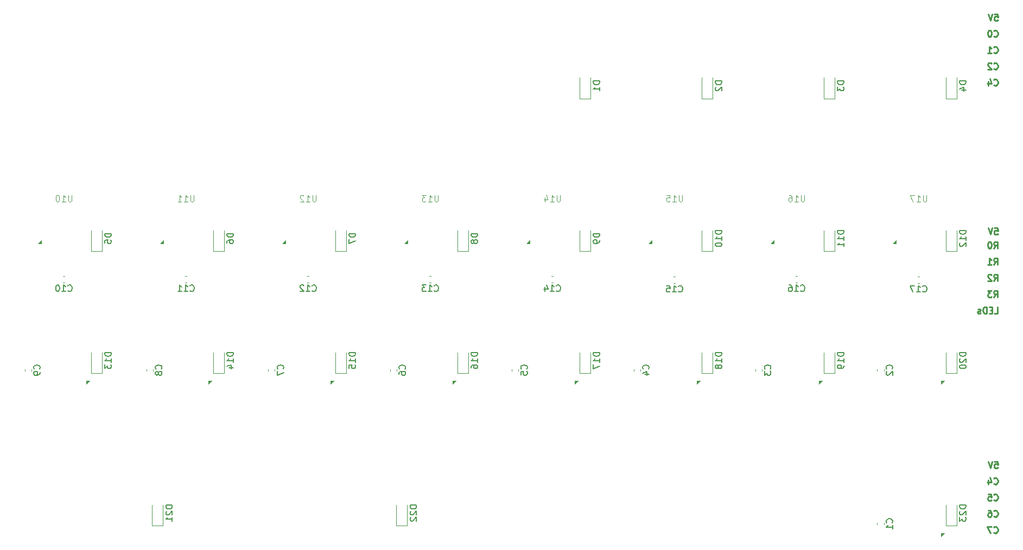
<source format=gbr>
%TF.GenerationSoftware,KiCad,Pcbnew,8.0.8*%
%TF.CreationDate,2025-02-25T14:58:14+00:00*%
%TF.ProjectId,16-steps,31362d73-7465-4707-932e-6b696361645f,rev?*%
%TF.SameCoordinates,Original*%
%TF.FileFunction,Legend,Bot*%
%TF.FilePolarity,Positive*%
%FSLAX46Y46*%
G04 Gerber Fmt 4.6, Leading zero omitted, Abs format (unit mm)*
G04 Created by KiCad (PCBNEW 8.0.8) date 2025-02-25 14:58:14*
%MOMM*%
%LPD*%
G01*
G04 APERTURE LIST*
%ADD10C,0.250000*%
%ADD11C,0.100000*%
%ADD12C,0.150000*%
%ADD13C,0.120000*%
G04 APERTURE END LIST*
D10*
X183271241Y-76649619D02*
X183747431Y-76649619D01*
X183747431Y-76649619D02*
X183747431Y-75649619D01*
X182937907Y-76125809D02*
X182604574Y-76125809D01*
X182461717Y-76649619D02*
X182937907Y-76649619D01*
X182937907Y-76649619D02*
X182937907Y-75649619D01*
X182937907Y-75649619D02*
X182461717Y-75649619D01*
X182033145Y-76649619D02*
X182033145Y-75649619D01*
X182033145Y-75649619D02*
X181795050Y-75649619D01*
X181795050Y-75649619D02*
X181652193Y-75697238D01*
X181652193Y-75697238D02*
X181556955Y-75792476D01*
X181556955Y-75792476D02*
X181509336Y-75887714D01*
X181509336Y-75887714D02*
X181461717Y-76078190D01*
X181461717Y-76078190D02*
X181461717Y-76221047D01*
X181461717Y-76221047D02*
X181509336Y-76411523D01*
X181509336Y-76411523D02*
X181556955Y-76506761D01*
X181556955Y-76506761D02*
X181652193Y-76602000D01*
X181652193Y-76602000D02*
X181795050Y-76649619D01*
X181795050Y-76649619D02*
X182033145Y-76649619D01*
X181080764Y-76602000D02*
X180985526Y-76649619D01*
X180985526Y-76649619D02*
X180795050Y-76649619D01*
X180795050Y-76649619D02*
X180699812Y-76602000D01*
X180699812Y-76602000D02*
X180652193Y-76506761D01*
X180652193Y-76506761D02*
X180652193Y-76459142D01*
X180652193Y-76459142D02*
X180699812Y-76363904D01*
X180699812Y-76363904D02*
X180795050Y-76316285D01*
X180795050Y-76316285D02*
X180937907Y-76316285D01*
X180937907Y-76316285D02*
X181033145Y-76268666D01*
X181033145Y-76268666D02*
X181080764Y-76173428D01*
X181080764Y-76173428D02*
X181080764Y-76125809D01*
X181080764Y-76125809D02*
X181033145Y-76030571D01*
X181033145Y-76030571D02*
X180937907Y-75982952D01*
X180937907Y-75982952D02*
X180795050Y-75982952D01*
X180795050Y-75982952D02*
X180699812Y-76030571D01*
X183176003Y-38454380D02*
X183223622Y-38502000D01*
X183223622Y-38502000D02*
X183366479Y-38549619D01*
X183366479Y-38549619D02*
X183461717Y-38549619D01*
X183461717Y-38549619D02*
X183604574Y-38502000D01*
X183604574Y-38502000D02*
X183699812Y-38406761D01*
X183699812Y-38406761D02*
X183747431Y-38311523D01*
X183747431Y-38311523D02*
X183795050Y-38121047D01*
X183795050Y-38121047D02*
X183795050Y-37978190D01*
X183795050Y-37978190D02*
X183747431Y-37787714D01*
X183747431Y-37787714D02*
X183699812Y-37692476D01*
X183699812Y-37692476D02*
X183604574Y-37597238D01*
X183604574Y-37597238D02*
X183461717Y-37549619D01*
X183461717Y-37549619D02*
X183366479Y-37549619D01*
X183366479Y-37549619D02*
X183223622Y-37597238D01*
X183223622Y-37597238D02*
X183176003Y-37644857D01*
X182795050Y-37644857D02*
X182747431Y-37597238D01*
X182747431Y-37597238D02*
X182652193Y-37549619D01*
X182652193Y-37549619D02*
X182414098Y-37549619D01*
X182414098Y-37549619D02*
X182318860Y-37597238D01*
X182318860Y-37597238D02*
X182271241Y-37644857D01*
X182271241Y-37644857D02*
X182223622Y-37740095D01*
X182223622Y-37740095D02*
X182223622Y-37835333D01*
X182223622Y-37835333D02*
X182271241Y-37978190D01*
X182271241Y-37978190D02*
X182842669Y-38549619D01*
X182842669Y-38549619D02*
X182223622Y-38549619D01*
X183176003Y-103224380D02*
X183223622Y-103272000D01*
X183223622Y-103272000D02*
X183366479Y-103319619D01*
X183366479Y-103319619D02*
X183461717Y-103319619D01*
X183461717Y-103319619D02*
X183604574Y-103272000D01*
X183604574Y-103272000D02*
X183699812Y-103176761D01*
X183699812Y-103176761D02*
X183747431Y-103081523D01*
X183747431Y-103081523D02*
X183795050Y-102891047D01*
X183795050Y-102891047D02*
X183795050Y-102748190D01*
X183795050Y-102748190D02*
X183747431Y-102557714D01*
X183747431Y-102557714D02*
X183699812Y-102462476D01*
X183699812Y-102462476D02*
X183604574Y-102367238D01*
X183604574Y-102367238D02*
X183461717Y-102319619D01*
X183461717Y-102319619D02*
X183366479Y-102319619D01*
X183366479Y-102319619D02*
X183223622Y-102367238D01*
X183223622Y-102367238D02*
X183176003Y-102414857D01*
X182318860Y-102652952D02*
X182318860Y-103319619D01*
X182556955Y-102272000D02*
X182795050Y-102986285D01*
X182795050Y-102986285D02*
X182176003Y-102986285D01*
X183271241Y-99779619D02*
X183747431Y-99779619D01*
X183747431Y-99779619D02*
X183795050Y-100255809D01*
X183795050Y-100255809D02*
X183747431Y-100208190D01*
X183747431Y-100208190D02*
X183652193Y-100160571D01*
X183652193Y-100160571D02*
X183414098Y-100160571D01*
X183414098Y-100160571D02*
X183318860Y-100208190D01*
X183318860Y-100208190D02*
X183271241Y-100255809D01*
X183271241Y-100255809D02*
X183223622Y-100351047D01*
X183223622Y-100351047D02*
X183223622Y-100589142D01*
X183223622Y-100589142D02*
X183271241Y-100684380D01*
X183271241Y-100684380D02*
X183318860Y-100732000D01*
X183318860Y-100732000D02*
X183414098Y-100779619D01*
X183414098Y-100779619D02*
X183652193Y-100779619D01*
X183652193Y-100779619D02*
X183747431Y-100732000D01*
X183747431Y-100732000D02*
X183795050Y-100684380D01*
X182937907Y-99779619D02*
X182604574Y-100779619D01*
X182604574Y-100779619D02*
X182271241Y-99779619D01*
X183176003Y-108304380D02*
X183223622Y-108352000D01*
X183223622Y-108352000D02*
X183366479Y-108399619D01*
X183366479Y-108399619D02*
X183461717Y-108399619D01*
X183461717Y-108399619D02*
X183604574Y-108352000D01*
X183604574Y-108352000D02*
X183699812Y-108256761D01*
X183699812Y-108256761D02*
X183747431Y-108161523D01*
X183747431Y-108161523D02*
X183795050Y-107971047D01*
X183795050Y-107971047D02*
X183795050Y-107828190D01*
X183795050Y-107828190D02*
X183747431Y-107637714D01*
X183747431Y-107637714D02*
X183699812Y-107542476D01*
X183699812Y-107542476D02*
X183604574Y-107447238D01*
X183604574Y-107447238D02*
X183461717Y-107399619D01*
X183461717Y-107399619D02*
X183366479Y-107399619D01*
X183366479Y-107399619D02*
X183223622Y-107447238D01*
X183223622Y-107447238D02*
X183176003Y-107494857D01*
X182318860Y-107399619D02*
X182509336Y-107399619D01*
X182509336Y-107399619D02*
X182604574Y-107447238D01*
X182604574Y-107447238D02*
X182652193Y-107494857D01*
X182652193Y-107494857D02*
X182747431Y-107637714D01*
X182747431Y-107637714D02*
X182795050Y-107828190D01*
X182795050Y-107828190D02*
X182795050Y-108209142D01*
X182795050Y-108209142D02*
X182747431Y-108304380D01*
X182747431Y-108304380D02*
X182699812Y-108352000D01*
X182699812Y-108352000D02*
X182604574Y-108399619D01*
X182604574Y-108399619D02*
X182414098Y-108399619D01*
X182414098Y-108399619D02*
X182318860Y-108352000D01*
X182318860Y-108352000D02*
X182271241Y-108304380D01*
X182271241Y-108304380D02*
X182223622Y-108209142D01*
X182223622Y-108209142D02*
X182223622Y-107971047D01*
X182223622Y-107971047D02*
X182271241Y-107875809D01*
X182271241Y-107875809D02*
X182318860Y-107828190D01*
X182318860Y-107828190D02*
X182414098Y-107780571D01*
X182414098Y-107780571D02*
X182604574Y-107780571D01*
X182604574Y-107780571D02*
X182699812Y-107828190D01*
X182699812Y-107828190D02*
X182747431Y-107875809D01*
X182747431Y-107875809D02*
X182795050Y-107971047D01*
X183271241Y-63329619D02*
X183747431Y-63329619D01*
X183747431Y-63329619D02*
X183795050Y-63805809D01*
X183795050Y-63805809D02*
X183747431Y-63758190D01*
X183747431Y-63758190D02*
X183652193Y-63710571D01*
X183652193Y-63710571D02*
X183414098Y-63710571D01*
X183414098Y-63710571D02*
X183318860Y-63758190D01*
X183318860Y-63758190D02*
X183271241Y-63805809D01*
X183271241Y-63805809D02*
X183223622Y-63901047D01*
X183223622Y-63901047D02*
X183223622Y-64139142D01*
X183223622Y-64139142D02*
X183271241Y-64234380D01*
X183271241Y-64234380D02*
X183318860Y-64282000D01*
X183318860Y-64282000D02*
X183414098Y-64329619D01*
X183414098Y-64329619D02*
X183652193Y-64329619D01*
X183652193Y-64329619D02*
X183747431Y-64282000D01*
X183747431Y-64282000D02*
X183795050Y-64234380D01*
X182937907Y-63329619D02*
X182604574Y-64329619D01*
X182604574Y-64329619D02*
X182271241Y-63329619D01*
X183176003Y-33374380D02*
X183223622Y-33422000D01*
X183223622Y-33422000D02*
X183366479Y-33469619D01*
X183366479Y-33469619D02*
X183461717Y-33469619D01*
X183461717Y-33469619D02*
X183604574Y-33422000D01*
X183604574Y-33422000D02*
X183699812Y-33326761D01*
X183699812Y-33326761D02*
X183747431Y-33231523D01*
X183747431Y-33231523D02*
X183795050Y-33041047D01*
X183795050Y-33041047D02*
X183795050Y-32898190D01*
X183795050Y-32898190D02*
X183747431Y-32707714D01*
X183747431Y-32707714D02*
X183699812Y-32612476D01*
X183699812Y-32612476D02*
X183604574Y-32517238D01*
X183604574Y-32517238D02*
X183461717Y-32469619D01*
X183461717Y-32469619D02*
X183366479Y-32469619D01*
X183366479Y-32469619D02*
X183223622Y-32517238D01*
X183223622Y-32517238D02*
X183176003Y-32564857D01*
X182556955Y-32469619D02*
X182461717Y-32469619D01*
X182461717Y-32469619D02*
X182366479Y-32517238D01*
X182366479Y-32517238D02*
X182318860Y-32564857D01*
X182318860Y-32564857D02*
X182271241Y-32660095D01*
X182271241Y-32660095D02*
X182223622Y-32850571D01*
X182223622Y-32850571D02*
X182223622Y-33088666D01*
X182223622Y-33088666D02*
X182271241Y-33279142D01*
X182271241Y-33279142D02*
X182318860Y-33374380D01*
X182318860Y-33374380D02*
X182366479Y-33422000D01*
X182366479Y-33422000D02*
X182461717Y-33469619D01*
X182461717Y-33469619D02*
X182556955Y-33469619D01*
X182556955Y-33469619D02*
X182652193Y-33422000D01*
X182652193Y-33422000D02*
X182699812Y-33374380D01*
X182699812Y-33374380D02*
X182747431Y-33279142D01*
X182747431Y-33279142D02*
X182795050Y-33088666D01*
X182795050Y-33088666D02*
X182795050Y-32850571D01*
X182795050Y-32850571D02*
X182747431Y-32660095D01*
X182747431Y-32660095D02*
X182699812Y-32564857D01*
X182699812Y-32564857D02*
X182652193Y-32517238D01*
X182652193Y-32517238D02*
X182556955Y-32469619D01*
X183176003Y-66489619D02*
X183509336Y-66013428D01*
X183747431Y-66489619D02*
X183747431Y-65489619D01*
X183747431Y-65489619D02*
X183366479Y-65489619D01*
X183366479Y-65489619D02*
X183271241Y-65537238D01*
X183271241Y-65537238D02*
X183223622Y-65584857D01*
X183223622Y-65584857D02*
X183176003Y-65680095D01*
X183176003Y-65680095D02*
X183176003Y-65822952D01*
X183176003Y-65822952D02*
X183223622Y-65918190D01*
X183223622Y-65918190D02*
X183271241Y-65965809D01*
X183271241Y-65965809D02*
X183366479Y-66013428D01*
X183366479Y-66013428D02*
X183747431Y-66013428D01*
X182556955Y-65489619D02*
X182461717Y-65489619D01*
X182461717Y-65489619D02*
X182366479Y-65537238D01*
X182366479Y-65537238D02*
X182318860Y-65584857D01*
X182318860Y-65584857D02*
X182271241Y-65680095D01*
X182271241Y-65680095D02*
X182223622Y-65870571D01*
X182223622Y-65870571D02*
X182223622Y-66108666D01*
X182223622Y-66108666D02*
X182271241Y-66299142D01*
X182271241Y-66299142D02*
X182318860Y-66394380D01*
X182318860Y-66394380D02*
X182366479Y-66442000D01*
X182366479Y-66442000D02*
X182461717Y-66489619D01*
X182461717Y-66489619D02*
X182556955Y-66489619D01*
X182556955Y-66489619D02*
X182652193Y-66442000D01*
X182652193Y-66442000D02*
X182699812Y-66394380D01*
X182699812Y-66394380D02*
X182747431Y-66299142D01*
X182747431Y-66299142D02*
X182795050Y-66108666D01*
X182795050Y-66108666D02*
X182795050Y-65870571D01*
X182795050Y-65870571D02*
X182747431Y-65680095D01*
X182747431Y-65680095D02*
X182699812Y-65584857D01*
X182699812Y-65584857D02*
X182652193Y-65537238D01*
X182652193Y-65537238D02*
X182556955Y-65489619D01*
X183176003Y-105764380D02*
X183223622Y-105812000D01*
X183223622Y-105812000D02*
X183366479Y-105859619D01*
X183366479Y-105859619D02*
X183461717Y-105859619D01*
X183461717Y-105859619D02*
X183604574Y-105812000D01*
X183604574Y-105812000D02*
X183699812Y-105716761D01*
X183699812Y-105716761D02*
X183747431Y-105621523D01*
X183747431Y-105621523D02*
X183795050Y-105431047D01*
X183795050Y-105431047D02*
X183795050Y-105288190D01*
X183795050Y-105288190D02*
X183747431Y-105097714D01*
X183747431Y-105097714D02*
X183699812Y-105002476D01*
X183699812Y-105002476D02*
X183604574Y-104907238D01*
X183604574Y-104907238D02*
X183461717Y-104859619D01*
X183461717Y-104859619D02*
X183366479Y-104859619D01*
X183366479Y-104859619D02*
X183223622Y-104907238D01*
X183223622Y-104907238D02*
X183176003Y-104954857D01*
X182271241Y-104859619D02*
X182747431Y-104859619D01*
X182747431Y-104859619D02*
X182795050Y-105335809D01*
X182795050Y-105335809D02*
X182747431Y-105288190D01*
X182747431Y-105288190D02*
X182652193Y-105240571D01*
X182652193Y-105240571D02*
X182414098Y-105240571D01*
X182414098Y-105240571D02*
X182318860Y-105288190D01*
X182318860Y-105288190D02*
X182271241Y-105335809D01*
X182271241Y-105335809D02*
X182223622Y-105431047D01*
X182223622Y-105431047D02*
X182223622Y-105669142D01*
X182223622Y-105669142D02*
X182271241Y-105764380D01*
X182271241Y-105764380D02*
X182318860Y-105812000D01*
X182318860Y-105812000D02*
X182414098Y-105859619D01*
X182414098Y-105859619D02*
X182652193Y-105859619D01*
X182652193Y-105859619D02*
X182747431Y-105812000D01*
X182747431Y-105812000D02*
X182795050Y-105764380D01*
X183176003Y-35914380D02*
X183223622Y-35962000D01*
X183223622Y-35962000D02*
X183366479Y-36009619D01*
X183366479Y-36009619D02*
X183461717Y-36009619D01*
X183461717Y-36009619D02*
X183604574Y-35962000D01*
X183604574Y-35962000D02*
X183699812Y-35866761D01*
X183699812Y-35866761D02*
X183747431Y-35771523D01*
X183747431Y-35771523D02*
X183795050Y-35581047D01*
X183795050Y-35581047D02*
X183795050Y-35438190D01*
X183795050Y-35438190D02*
X183747431Y-35247714D01*
X183747431Y-35247714D02*
X183699812Y-35152476D01*
X183699812Y-35152476D02*
X183604574Y-35057238D01*
X183604574Y-35057238D02*
X183461717Y-35009619D01*
X183461717Y-35009619D02*
X183366479Y-35009619D01*
X183366479Y-35009619D02*
X183223622Y-35057238D01*
X183223622Y-35057238D02*
X183176003Y-35104857D01*
X182223622Y-36009619D02*
X182795050Y-36009619D01*
X182509336Y-36009619D02*
X182509336Y-35009619D01*
X182509336Y-35009619D02*
X182604574Y-35152476D01*
X182604574Y-35152476D02*
X182699812Y-35247714D01*
X182699812Y-35247714D02*
X182795050Y-35295333D01*
X183271241Y-29929619D02*
X183747431Y-29929619D01*
X183747431Y-29929619D02*
X183795050Y-30405809D01*
X183795050Y-30405809D02*
X183747431Y-30358190D01*
X183747431Y-30358190D02*
X183652193Y-30310571D01*
X183652193Y-30310571D02*
X183414098Y-30310571D01*
X183414098Y-30310571D02*
X183318860Y-30358190D01*
X183318860Y-30358190D02*
X183271241Y-30405809D01*
X183271241Y-30405809D02*
X183223622Y-30501047D01*
X183223622Y-30501047D02*
X183223622Y-30739142D01*
X183223622Y-30739142D02*
X183271241Y-30834380D01*
X183271241Y-30834380D02*
X183318860Y-30882000D01*
X183318860Y-30882000D02*
X183414098Y-30929619D01*
X183414098Y-30929619D02*
X183652193Y-30929619D01*
X183652193Y-30929619D02*
X183747431Y-30882000D01*
X183747431Y-30882000D02*
X183795050Y-30834380D01*
X182937907Y-29929619D02*
X182604574Y-30929619D01*
X182604574Y-30929619D02*
X182271241Y-29929619D01*
X183176003Y-69029619D02*
X183509336Y-68553428D01*
X183747431Y-69029619D02*
X183747431Y-68029619D01*
X183747431Y-68029619D02*
X183366479Y-68029619D01*
X183366479Y-68029619D02*
X183271241Y-68077238D01*
X183271241Y-68077238D02*
X183223622Y-68124857D01*
X183223622Y-68124857D02*
X183176003Y-68220095D01*
X183176003Y-68220095D02*
X183176003Y-68362952D01*
X183176003Y-68362952D02*
X183223622Y-68458190D01*
X183223622Y-68458190D02*
X183271241Y-68505809D01*
X183271241Y-68505809D02*
X183366479Y-68553428D01*
X183366479Y-68553428D02*
X183747431Y-68553428D01*
X182223622Y-69029619D02*
X182795050Y-69029619D01*
X182509336Y-69029619D02*
X182509336Y-68029619D01*
X182509336Y-68029619D02*
X182604574Y-68172476D01*
X182604574Y-68172476D02*
X182699812Y-68267714D01*
X182699812Y-68267714D02*
X182795050Y-68315333D01*
X183176003Y-40994380D02*
X183223622Y-41042000D01*
X183223622Y-41042000D02*
X183366479Y-41089619D01*
X183366479Y-41089619D02*
X183461717Y-41089619D01*
X183461717Y-41089619D02*
X183604574Y-41042000D01*
X183604574Y-41042000D02*
X183699812Y-40946761D01*
X183699812Y-40946761D02*
X183747431Y-40851523D01*
X183747431Y-40851523D02*
X183795050Y-40661047D01*
X183795050Y-40661047D02*
X183795050Y-40518190D01*
X183795050Y-40518190D02*
X183747431Y-40327714D01*
X183747431Y-40327714D02*
X183699812Y-40232476D01*
X183699812Y-40232476D02*
X183604574Y-40137238D01*
X183604574Y-40137238D02*
X183461717Y-40089619D01*
X183461717Y-40089619D02*
X183366479Y-40089619D01*
X183366479Y-40089619D02*
X183223622Y-40137238D01*
X183223622Y-40137238D02*
X183176003Y-40184857D01*
X182318860Y-40422952D02*
X182318860Y-41089619D01*
X182556955Y-40042000D02*
X182795050Y-40756285D01*
X182795050Y-40756285D02*
X182176003Y-40756285D01*
X183176003Y-110844380D02*
X183223622Y-110892000D01*
X183223622Y-110892000D02*
X183366479Y-110939619D01*
X183366479Y-110939619D02*
X183461717Y-110939619D01*
X183461717Y-110939619D02*
X183604574Y-110892000D01*
X183604574Y-110892000D02*
X183699812Y-110796761D01*
X183699812Y-110796761D02*
X183747431Y-110701523D01*
X183747431Y-110701523D02*
X183795050Y-110511047D01*
X183795050Y-110511047D02*
X183795050Y-110368190D01*
X183795050Y-110368190D02*
X183747431Y-110177714D01*
X183747431Y-110177714D02*
X183699812Y-110082476D01*
X183699812Y-110082476D02*
X183604574Y-109987238D01*
X183604574Y-109987238D02*
X183461717Y-109939619D01*
X183461717Y-109939619D02*
X183366479Y-109939619D01*
X183366479Y-109939619D02*
X183223622Y-109987238D01*
X183223622Y-109987238D02*
X183176003Y-110034857D01*
X182842669Y-109939619D02*
X182176003Y-109939619D01*
X182176003Y-109939619D02*
X182604574Y-110939619D01*
X183176003Y-74109619D02*
X183509336Y-73633428D01*
X183747431Y-74109619D02*
X183747431Y-73109619D01*
X183747431Y-73109619D02*
X183366479Y-73109619D01*
X183366479Y-73109619D02*
X183271241Y-73157238D01*
X183271241Y-73157238D02*
X183223622Y-73204857D01*
X183223622Y-73204857D02*
X183176003Y-73300095D01*
X183176003Y-73300095D02*
X183176003Y-73442952D01*
X183176003Y-73442952D02*
X183223622Y-73538190D01*
X183223622Y-73538190D02*
X183271241Y-73585809D01*
X183271241Y-73585809D02*
X183366479Y-73633428D01*
X183366479Y-73633428D02*
X183747431Y-73633428D01*
X182842669Y-73109619D02*
X182223622Y-73109619D01*
X182223622Y-73109619D02*
X182556955Y-73490571D01*
X182556955Y-73490571D02*
X182414098Y-73490571D01*
X182414098Y-73490571D02*
X182318860Y-73538190D01*
X182318860Y-73538190D02*
X182271241Y-73585809D01*
X182271241Y-73585809D02*
X182223622Y-73681047D01*
X182223622Y-73681047D02*
X182223622Y-73919142D01*
X182223622Y-73919142D02*
X182271241Y-74014380D01*
X182271241Y-74014380D02*
X182318860Y-74062000D01*
X182318860Y-74062000D02*
X182414098Y-74109619D01*
X182414098Y-74109619D02*
X182699812Y-74109619D01*
X182699812Y-74109619D02*
X182795050Y-74062000D01*
X182795050Y-74062000D02*
X182842669Y-74014380D01*
X183176003Y-71569619D02*
X183509336Y-71093428D01*
X183747431Y-71569619D02*
X183747431Y-70569619D01*
X183747431Y-70569619D02*
X183366479Y-70569619D01*
X183366479Y-70569619D02*
X183271241Y-70617238D01*
X183271241Y-70617238D02*
X183223622Y-70664857D01*
X183223622Y-70664857D02*
X183176003Y-70760095D01*
X183176003Y-70760095D02*
X183176003Y-70902952D01*
X183176003Y-70902952D02*
X183223622Y-70998190D01*
X183223622Y-70998190D02*
X183271241Y-71045809D01*
X183271241Y-71045809D02*
X183366479Y-71093428D01*
X183366479Y-71093428D02*
X183747431Y-71093428D01*
X182795050Y-70664857D02*
X182747431Y-70617238D01*
X182747431Y-70617238D02*
X182652193Y-70569619D01*
X182652193Y-70569619D02*
X182414098Y-70569619D01*
X182414098Y-70569619D02*
X182318860Y-70617238D01*
X182318860Y-70617238D02*
X182271241Y-70664857D01*
X182271241Y-70664857D02*
X182223622Y-70760095D01*
X182223622Y-70760095D02*
X182223622Y-70855333D01*
X182223622Y-70855333D02*
X182271241Y-70998190D01*
X182271241Y-70998190D02*
X182842669Y-71569619D01*
X182842669Y-71569619D02*
X182223622Y-71569619D01*
D11*
X96488094Y-58194919D02*
X96488094Y-59004442D01*
X96488094Y-59004442D02*
X96440475Y-59099680D01*
X96440475Y-59099680D02*
X96392856Y-59147300D01*
X96392856Y-59147300D02*
X96297618Y-59194919D01*
X96297618Y-59194919D02*
X96107142Y-59194919D01*
X96107142Y-59194919D02*
X96011904Y-59147300D01*
X96011904Y-59147300D02*
X95964285Y-59099680D01*
X95964285Y-59099680D02*
X95916666Y-59004442D01*
X95916666Y-59004442D02*
X95916666Y-58194919D01*
X94916666Y-59194919D02*
X95488094Y-59194919D01*
X95202380Y-59194919D02*
X95202380Y-58194919D01*
X95202380Y-58194919D02*
X95297618Y-58337776D01*
X95297618Y-58337776D02*
X95392856Y-58433014D01*
X95392856Y-58433014D02*
X95488094Y-58480633D01*
X94583332Y-58194919D02*
X93964285Y-58194919D01*
X93964285Y-58194919D02*
X94297618Y-58575871D01*
X94297618Y-58575871D02*
X94154761Y-58575871D01*
X94154761Y-58575871D02*
X94059523Y-58623490D01*
X94059523Y-58623490D02*
X94011904Y-58671109D01*
X94011904Y-58671109D02*
X93964285Y-58766347D01*
X93964285Y-58766347D02*
X93964285Y-59004442D01*
X93964285Y-59004442D02*
X94011904Y-59099680D01*
X94011904Y-59099680D02*
X94059523Y-59147300D01*
X94059523Y-59147300D02*
X94154761Y-59194919D01*
X94154761Y-59194919D02*
X94440475Y-59194919D01*
X94440475Y-59194919D02*
X94535713Y-59147300D01*
X94535713Y-59147300D02*
X94583332Y-59099680D01*
D12*
X140734819Y-40391905D02*
X139734819Y-40391905D01*
X139734819Y-40391905D02*
X139734819Y-40630000D01*
X139734819Y-40630000D02*
X139782438Y-40772857D01*
X139782438Y-40772857D02*
X139877676Y-40868095D01*
X139877676Y-40868095D02*
X139972914Y-40915714D01*
X139972914Y-40915714D02*
X140163390Y-40963333D01*
X140163390Y-40963333D02*
X140306247Y-40963333D01*
X140306247Y-40963333D02*
X140496723Y-40915714D01*
X140496723Y-40915714D02*
X140591961Y-40868095D01*
X140591961Y-40868095D02*
X140687200Y-40772857D01*
X140687200Y-40772857D02*
X140734819Y-40630000D01*
X140734819Y-40630000D02*
X140734819Y-40391905D01*
X139830057Y-41344286D02*
X139782438Y-41391905D01*
X139782438Y-41391905D02*
X139734819Y-41487143D01*
X139734819Y-41487143D02*
X139734819Y-41725238D01*
X139734819Y-41725238D02*
X139782438Y-41820476D01*
X139782438Y-41820476D02*
X139830057Y-41868095D01*
X139830057Y-41868095D02*
X139925295Y-41915714D01*
X139925295Y-41915714D02*
X140020533Y-41915714D01*
X140020533Y-41915714D02*
X140163390Y-41868095D01*
X140163390Y-41868095D02*
X140734819Y-41296667D01*
X140734819Y-41296667D02*
X140734819Y-41915714D01*
X121684819Y-64204405D02*
X120684819Y-64204405D01*
X120684819Y-64204405D02*
X120684819Y-64442500D01*
X120684819Y-64442500D02*
X120732438Y-64585357D01*
X120732438Y-64585357D02*
X120827676Y-64680595D01*
X120827676Y-64680595D02*
X120922914Y-64728214D01*
X120922914Y-64728214D02*
X121113390Y-64775833D01*
X121113390Y-64775833D02*
X121256247Y-64775833D01*
X121256247Y-64775833D02*
X121446723Y-64728214D01*
X121446723Y-64728214D02*
X121541961Y-64680595D01*
X121541961Y-64680595D02*
X121637200Y-64585357D01*
X121637200Y-64585357D02*
X121684819Y-64442500D01*
X121684819Y-64442500D02*
X121684819Y-64204405D01*
X121684819Y-65252024D02*
X121684819Y-65442500D01*
X121684819Y-65442500D02*
X121637200Y-65537738D01*
X121637200Y-65537738D02*
X121589580Y-65585357D01*
X121589580Y-65585357D02*
X121446723Y-65680595D01*
X121446723Y-65680595D02*
X121256247Y-65728214D01*
X121256247Y-65728214D02*
X120875295Y-65728214D01*
X120875295Y-65728214D02*
X120780057Y-65680595D01*
X120780057Y-65680595D02*
X120732438Y-65632976D01*
X120732438Y-65632976D02*
X120684819Y-65537738D01*
X120684819Y-65537738D02*
X120684819Y-65347262D01*
X120684819Y-65347262D02*
X120732438Y-65252024D01*
X120732438Y-65252024D02*
X120780057Y-65204405D01*
X120780057Y-65204405D02*
X120875295Y-65156786D01*
X120875295Y-65156786D02*
X121113390Y-65156786D01*
X121113390Y-65156786D02*
X121208628Y-65204405D01*
X121208628Y-65204405D02*
X121256247Y-65252024D01*
X121256247Y-65252024D02*
X121303866Y-65347262D01*
X121303866Y-65347262D02*
X121303866Y-65537738D01*
X121303866Y-65537738D02*
X121256247Y-65632976D01*
X121256247Y-65632976D02*
X121208628Y-65680595D01*
X121208628Y-65680595D02*
X121113390Y-65728214D01*
X76842857Y-73127080D02*
X76890476Y-73174700D01*
X76890476Y-73174700D02*
X77033333Y-73222319D01*
X77033333Y-73222319D02*
X77128571Y-73222319D01*
X77128571Y-73222319D02*
X77271428Y-73174700D01*
X77271428Y-73174700D02*
X77366666Y-73079461D01*
X77366666Y-73079461D02*
X77414285Y-72984223D01*
X77414285Y-72984223D02*
X77461904Y-72793747D01*
X77461904Y-72793747D02*
X77461904Y-72650890D01*
X77461904Y-72650890D02*
X77414285Y-72460414D01*
X77414285Y-72460414D02*
X77366666Y-72365176D01*
X77366666Y-72365176D02*
X77271428Y-72269938D01*
X77271428Y-72269938D02*
X77128571Y-72222319D01*
X77128571Y-72222319D02*
X77033333Y-72222319D01*
X77033333Y-72222319D02*
X76890476Y-72269938D01*
X76890476Y-72269938D02*
X76842857Y-72317557D01*
X75890476Y-73222319D02*
X76461904Y-73222319D01*
X76176190Y-73222319D02*
X76176190Y-72222319D01*
X76176190Y-72222319D02*
X76271428Y-72365176D01*
X76271428Y-72365176D02*
X76366666Y-72460414D01*
X76366666Y-72460414D02*
X76461904Y-72508033D01*
X75509523Y-72317557D02*
X75461904Y-72269938D01*
X75461904Y-72269938D02*
X75366666Y-72222319D01*
X75366666Y-72222319D02*
X75128571Y-72222319D01*
X75128571Y-72222319D02*
X75033333Y-72269938D01*
X75033333Y-72269938D02*
X74985714Y-72317557D01*
X74985714Y-72317557D02*
X74938095Y-72412795D01*
X74938095Y-72412795D02*
X74938095Y-72508033D01*
X74938095Y-72508033D02*
X74985714Y-72650890D01*
X74985714Y-72650890D02*
X75557142Y-73222319D01*
X75557142Y-73222319D02*
X74938095Y-73222319D01*
D11*
X172688094Y-58194919D02*
X172688094Y-59004442D01*
X172688094Y-59004442D02*
X172640475Y-59099680D01*
X172640475Y-59099680D02*
X172592856Y-59147300D01*
X172592856Y-59147300D02*
X172497618Y-59194919D01*
X172497618Y-59194919D02*
X172307142Y-59194919D01*
X172307142Y-59194919D02*
X172211904Y-59147300D01*
X172211904Y-59147300D02*
X172164285Y-59099680D01*
X172164285Y-59099680D02*
X172116666Y-59004442D01*
X172116666Y-59004442D02*
X172116666Y-58194919D01*
X171116666Y-59194919D02*
X171688094Y-59194919D01*
X171402380Y-59194919D02*
X171402380Y-58194919D01*
X171402380Y-58194919D02*
X171497618Y-58337776D01*
X171497618Y-58337776D02*
X171592856Y-58433014D01*
X171592856Y-58433014D02*
X171688094Y-58480633D01*
X170783332Y-58194919D02*
X170116666Y-58194919D01*
X170116666Y-58194919D02*
X170545237Y-59194919D01*
X153638094Y-58194919D02*
X153638094Y-59004442D01*
X153638094Y-59004442D02*
X153590475Y-59099680D01*
X153590475Y-59099680D02*
X153542856Y-59147300D01*
X153542856Y-59147300D02*
X153447618Y-59194919D01*
X153447618Y-59194919D02*
X153257142Y-59194919D01*
X153257142Y-59194919D02*
X153161904Y-59147300D01*
X153161904Y-59147300D02*
X153114285Y-59099680D01*
X153114285Y-59099680D02*
X153066666Y-59004442D01*
X153066666Y-59004442D02*
X153066666Y-58194919D01*
X152066666Y-59194919D02*
X152638094Y-59194919D01*
X152352380Y-59194919D02*
X152352380Y-58194919D01*
X152352380Y-58194919D02*
X152447618Y-58337776D01*
X152447618Y-58337776D02*
X152542856Y-58433014D01*
X152542856Y-58433014D02*
X152638094Y-58480633D01*
X151209523Y-58194919D02*
X151399999Y-58194919D01*
X151399999Y-58194919D02*
X151495237Y-58242538D01*
X151495237Y-58242538D02*
X151542856Y-58290157D01*
X151542856Y-58290157D02*
X151638094Y-58433014D01*
X151638094Y-58433014D02*
X151685713Y-58623490D01*
X151685713Y-58623490D02*
X151685713Y-59004442D01*
X151685713Y-59004442D02*
X151638094Y-59099680D01*
X151638094Y-59099680D02*
X151590475Y-59147300D01*
X151590475Y-59147300D02*
X151495237Y-59194919D01*
X151495237Y-59194919D02*
X151304761Y-59194919D01*
X151304761Y-59194919D02*
X151209523Y-59147300D01*
X151209523Y-59147300D02*
X151161904Y-59099680D01*
X151161904Y-59099680D02*
X151114285Y-59004442D01*
X151114285Y-59004442D02*
X151114285Y-58766347D01*
X151114285Y-58766347D02*
X151161904Y-58671109D01*
X151161904Y-58671109D02*
X151209523Y-58623490D01*
X151209523Y-58623490D02*
X151304761Y-58575871D01*
X151304761Y-58575871D02*
X151495237Y-58575871D01*
X151495237Y-58575871D02*
X151590475Y-58623490D01*
X151590475Y-58623490D02*
X151638094Y-58671109D01*
X151638094Y-58671109D02*
X151685713Y-58766347D01*
D12*
X140734819Y-63728214D02*
X139734819Y-63728214D01*
X139734819Y-63728214D02*
X139734819Y-63966309D01*
X139734819Y-63966309D02*
X139782438Y-64109166D01*
X139782438Y-64109166D02*
X139877676Y-64204404D01*
X139877676Y-64204404D02*
X139972914Y-64252023D01*
X139972914Y-64252023D02*
X140163390Y-64299642D01*
X140163390Y-64299642D02*
X140306247Y-64299642D01*
X140306247Y-64299642D02*
X140496723Y-64252023D01*
X140496723Y-64252023D02*
X140591961Y-64204404D01*
X140591961Y-64204404D02*
X140687200Y-64109166D01*
X140687200Y-64109166D02*
X140734819Y-63966309D01*
X140734819Y-63966309D02*
X140734819Y-63728214D01*
X140734819Y-65252023D02*
X140734819Y-64680595D01*
X140734819Y-64966309D02*
X139734819Y-64966309D01*
X139734819Y-64966309D02*
X139877676Y-64871071D01*
X139877676Y-64871071D02*
X139972914Y-64775833D01*
X139972914Y-64775833D02*
X140020533Y-64680595D01*
X139734819Y-65871071D02*
X139734819Y-65966309D01*
X139734819Y-65966309D02*
X139782438Y-66061547D01*
X139782438Y-66061547D02*
X139830057Y-66109166D01*
X139830057Y-66109166D02*
X139925295Y-66156785D01*
X139925295Y-66156785D02*
X140115771Y-66204404D01*
X140115771Y-66204404D02*
X140353866Y-66204404D01*
X140353866Y-66204404D02*
X140544342Y-66156785D01*
X140544342Y-66156785D02*
X140639580Y-66109166D01*
X140639580Y-66109166D02*
X140687200Y-66061547D01*
X140687200Y-66061547D02*
X140734819Y-65966309D01*
X140734819Y-65966309D02*
X140734819Y-65871071D01*
X140734819Y-65871071D02*
X140687200Y-65775833D01*
X140687200Y-65775833D02*
X140639580Y-65728214D01*
X140639580Y-65728214D02*
X140544342Y-65680595D01*
X140544342Y-65680595D02*
X140353866Y-65632976D01*
X140353866Y-65632976D02*
X140115771Y-65632976D01*
X140115771Y-65632976D02*
X139925295Y-65680595D01*
X139925295Y-65680595D02*
X139830057Y-65728214D01*
X139830057Y-65728214D02*
X139782438Y-65775833D01*
X139782438Y-65775833D02*
X139734819Y-65871071D01*
X178834819Y-63728214D02*
X177834819Y-63728214D01*
X177834819Y-63728214D02*
X177834819Y-63966309D01*
X177834819Y-63966309D02*
X177882438Y-64109166D01*
X177882438Y-64109166D02*
X177977676Y-64204404D01*
X177977676Y-64204404D02*
X178072914Y-64252023D01*
X178072914Y-64252023D02*
X178263390Y-64299642D01*
X178263390Y-64299642D02*
X178406247Y-64299642D01*
X178406247Y-64299642D02*
X178596723Y-64252023D01*
X178596723Y-64252023D02*
X178691961Y-64204404D01*
X178691961Y-64204404D02*
X178787200Y-64109166D01*
X178787200Y-64109166D02*
X178834819Y-63966309D01*
X178834819Y-63966309D02*
X178834819Y-63728214D01*
X178834819Y-65252023D02*
X178834819Y-64680595D01*
X178834819Y-64966309D02*
X177834819Y-64966309D01*
X177834819Y-64966309D02*
X177977676Y-64871071D01*
X177977676Y-64871071D02*
X178072914Y-64775833D01*
X178072914Y-64775833D02*
X178120533Y-64680595D01*
X177930057Y-65632976D02*
X177882438Y-65680595D01*
X177882438Y-65680595D02*
X177834819Y-65775833D01*
X177834819Y-65775833D02*
X177834819Y-66013928D01*
X177834819Y-66013928D02*
X177882438Y-66109166D01*
X177882438Y-66109166D02*
X177930057Y-66156785D01*
X177930057Y-66156785D02*
X178025295Y-66204404D01*
X178025295Y-66204404D02*
X178120533Y-66204404D01*
X178120533Y-66204404D02*
X178263390Y-66156785D01*
X178263390Y-66156785D02*
X178834819Y-65585357D01*
X178834819Y-65585357D02*
X178834819Y-66204404D01*
X148289580Y-85333333D02*
X148337200Y-85285714D01*
X148337200Y-85285714D02*
X148384819Y-85142857D01*
X148384819Y-85142857D02*
X148384819Y-85047619D01*
X148384819Y-85047619D02*
X148337200Y-84904762D01*
X148337200Y-84904762D02*
X148241961Y-84809524D01*
X148241961Y-84809524D02*
X148146723Y-84761905D01*
X148146723Y-84761905D02*
X147956247Y-84714286D01*
X147956247Y-84714286D02*
X147813390Y-84714286D01*
X147813390Y-84714286D02*
X147622914Y-84761905D01*
X147622914Y-84761905D02*
X147527676Y-84809524D01*
X147527676Y-84809524D02*
X147432438Y-84904762D01*
X147432438Y-84904762D02*
X147384819Y-85047619D01*
X147384819Y-85047619D02*
X147384819Y-85142857D01*
X147384819Y-85142857D02*
X147432438Y-85285714D01*
X147432438Y-85285714D02*
X147480057Y-85333333D01*
X147384819Y-85666667D02*
X147384819Y-86285714D01*
X147384819Y-86285714D02*
X147765771Y-85952381D01*
X147765771Y-85952381D02*
X147765771Y-86095238D01*
X147765771Y-86095238D02*
X147813390Y-86190476D01*
X147813390Y-86190476D02*
X147861009Y-86238095D01*
X147861009Y-86238095D02*
X147956247Y-86285714D01*
X147956247Y-86285714D02*
X148194342Y-86285714D01*
X148194342Y-86285714D02*
X148289580Y-86238095D01*
X148289580Y-86238095D02*
X148337200Y-86190476D01*
X148337200Y-86190476D02*
X148384819Y-86095238D01*
X148384819Y-86095238D02*
X148384819Y-85809524D01*
X148384819Y-85809524D02*
X148337200Y-85714286D01*
X148337200Y-85714286D02*
X148289580Y-85666667D01*
X38742857Y-73127080D02*
X38790476Y-73174700D01*
X38790476Y-73174700D02*
X38933333Y-73222319D01*
X38933333Y-73222319D02*
X39028571Y-73222319D01*
X39028571Y-73222319D02*
X39171428Y-73174700D01*
X39171428Y-73174700D02*
X39266666Y-73079461D01*
X39266666Y-73079461D02*
X39314285Y-72984223D01*
X39314285Y-72984223D02*
X39361904Y-72793747D01*
X39361904Y-72793747D02*
X39361904Y-72650890D01*
X39361904Y-72650890D02*
X39314285Y-72460414D01*
X39314285Y-72460414D02*
X39266666Y-72365176D01*
X39266666Y-72365176D02*
X39171428Y-72269938D01*
X39171428Y-72269938D02*
X39028571Y-72222319D01*
X39028571Y-72222319D02*
X38933333Y-72222319D01*
X38933333Y-72222319D02*
X38790476Y-72269938D01*
X38790476Y-72269938D02*
X38742857Y-72317557D01*
X37790476Y-73222319D02*
X38361904Y-73222319D01*
X38076190Y-73222319D02*
X38076190Y-72222319D01*
X38076190Y-72222319D02*
X38171428Y-72365176D01*
X38171428Y-72365176D02*
X38266666Y-72460414D01*
X38266666Y-72460414D02*
X38361904Y-72508033D01*
X37171428Y-72222319D02*
X37076190Y-72222319D01*
X37076190Y-72222319D02*
X36980952Y-72269938D01*
X36980952Y-72269938D02*
X36933333Y-72317557D01*
X36933333Y-72317557D02*
X36885714Y-72412795D01*
X36885714Y-72412795D02*
X36838095Y-72603271D01*
X36838095Y-72603271D02*
X36838095Y-72841366D01*
X36838095Y-72841366D02*
X36885714Y-73031842D01*
X36885714Y-73031842D02*
X36933333Y-73127080D01*
X36933333Y-73127080D02*
X36980952Y-73174700D01*
X36980952Y-73174700D02*
X37076190Y-73222319D01*
X37076190Y-73222319D02*
X37171428Y-73222319D01*
X37171428Y-73222319D02*
X37266666Y-73174700D01*
X37266666Y-73174700D02*
X37314285Y-73127080D01*
X37314285Y-73127080D02*
X37361904Y-73031842D01*
X37361904Y-73031842D02*
X37409523Y-72841366D01*
X37409523Y-72841366D02*
X37409523Y-72603271D01*
X37409523Y-72603271D02*
X37361904Y-72412795D01*
X37361904Y-72412795D02*
X37314285Y-72317557D01*
X37314285Y-72317557D02*
X37266666Y-72269938D01*
X37266666Y-72269938D02*
X37171428Y-72222319D01*
X102634819Y-82778214D02*
X101634819Y-82778214D01*
X101634819Y-82778214D02*
X101634819Y-83016309D01*
X101634819Y-83016309D02*
X101682438Y-83159166D01*
X101682438Y-83159166D02*
X101777676Y-83254404D01*
X101777676Y-83254404D02*
X101872914Y-83302023D01*
X101872914Y-83302023D02*
X102063390Y-83349642D01*
X102063390Y-83349642D02*
X102206247Y-83349642D01*
X102206247Y-83349642D02*
X102396723Y-83302023D01*
X102396723Y-83302023D02*
X102491961Y-83254404D01*
X102491961Y-83254404D02*
X102587200Y-83159166D01*
X102587200Y-83159166D02*
X102634819Y-83016309D01*
X102634819Y-83016309D02*
X102634819Y-82778214D01*
X102634819Y-84302023D02*
X102634819Y-83730595D01*
X102634819Y-84016309D02*
X101634819Y-84016309D01*
X101634819Y-84016309D02*
X101777676Y-83921071D01*
X101777676Y-83921071D02*
X101872914Y-83825833D01*
X101872914Y-83825833D02*
X101920533Y-83730595D01*
X101634819Y-85159166D02*
X101634819Y-84968690D01*
X101634819Y-84968690D02*
X101682438Y-84873452D01*
X101682438Y-84873452D02*
X101730057Y-84825833D01*
X101730057Y-84825833D02*
X101872914Y-84730595D01*
X101872914Y-84730595D02*
X102063390Y-84682976D01*
X102063390Y-84682976D02*
X102444342Y-84682976D01*
X102444342Y-84682976D02*
X102539580Y-84730595D01*
X102539580Y-84730595D02*
X102587200Y-84778214D01*
X102587200Y-84778214D02*
X102634819Y-84873452D01*
X102634819Y-84873452D02*
X102634819Y-85063928D01*
X102634819Y-85063928D02*
X102587200Y-85159166D01*
X102587200Y-85159166D02*
X102539580Y-85206785D01*
X102539580Y-85206785D02*
X102444342Y-85254404D01*
X102444342Y-85254404D02*
X102206247Y-85254404D01*
X102206247Y-85254404D02*
X102111009Y-85206785D01*
X102111009Y-85206785D02*
X102063390Y-85159166D01*
X102063390Y-85159166D02*
X102015771Y-85063928D01*
X102015771Y-85063928D02*
X102015771Y-84873452D01*
X102015771Y-84873452D02*
X102063390Y-84778214D01*
X102063390Y-84778214D02*
X102111009Y-84730595D01*
X102111009Y-84730595D02*
X102206247Y-84682976D01*
X167289580Y-85333333D02*
X167337200Y-85285714D01*
X167337200Y-85285714D02*
X167384819Y-85142857D01*
X167384819Y-85142857D02*
X167384819Y-85047619D01*
X167384819Y-85047619D02*
X167337200Y-84904762D01*
X167337200Y-84904762D02*
X167241961Y-84809524D01*
X167241961Y-84809524D02*
X167146723Y-84761905D01*
X167146723Y-84761905D02*
X166956247Y-84714286D01*
X166956247Y-84714286D02*
X166813390Y-84714286D01*
X166813390Y-84714286D02*
X166622914Y-84761905D01*
X166622914Y-84761905D02*
X166527676Y-84809524D01*
X166527676Y-84809524D02*
X166432438Y-84904762D01*
X166432438Y-84904762D02*
X166384819Y-85047619D01*
X166384819Y-85047619D02*
X166384819Y-85142857D01*
X166384819Y-85142857D02*
X166432438Y-85285714D01*
X166432438Y-85285714D02*
X166480057Y-85333333D01*
X166480057Y-85714286D02*
X166432438Y-85761905D01*
X166432438Y-85761905D02*
X166384819Y-85857143D01*
X166384819Y-85857143D02*
X166384819Y-86095238D01*
X166384819Y-86095238D02*
X166432438Y-86190476D01*
X166432438Y-86190476D02*
X166480057Y-86238095D01*
X166480057Y-86238095D02*
X166575295Y-86285714D01*
X166575295Y-86285714D02*
X166670533Y-86285714D01*
X166670533Y-86285714D02*
X166813390Y-86238095D01*
X166813390Y-86238095D02*
X167384819Y-85666667D01*
X167384819Y-85666667D02*
X167384819Y-86285714D01*
X93109819Y-106590714D02*
X92109819Y-106590714D01*
X92109819Y-106590714D02*
X92109819Y-106828809D01*
X92109819Y-106828809D02*
X92157438Y-106971666D01*
X92157438Y-106971666D02*
X92252676Y-107066904D01*
X92252676Y-107066904D02*
X92347914Y-107114523D01*
X92347914Y-107114523D02*
X92538390Y-107162142D01*
X92538390Y-107162142D02*
X92681247Y-107162142D01*
X92681247Y-107162142D02*
X92871723Y-107114523D01*
X92871723Y-107114523D02*
X92966961Y-107066904D01*
X92966961Y-107066904D02*
X93062200Y-106971666D01*
X93062200Y-106971666D02*
X93109819Y-106828809D01*
X93109819Y-106828809D02*
X93109819Y-106590714D01*
X92205057Y-107543095D02*
X92157438Y-107590714D01*
X92157438Y-107590714D02*
X92109819Y-107685952D01*
X92109819Y-107685952D02*
X92109819Y-107924047D01*
X92109819Y-107924047D02*
X92157438Y-108019285D01*
X92157438Y-108019285D02*
X92205057Y-108066904D01*
X92205057Y-108066904D02*
X92300295Y-108114523D01*
X92300295Y-108114523D02*
X92395533Y-108114523D01*
X92395533Y-108114523D02*
X92538390Y-108066904D01*
X92538390Y-108066904D02*
X93109819Y-107495476D01*
X93109819Y-107495476D02*
X93109819Y-108114523D01*
X92205057Y-108495476D02*
X92157438Y-108543095D01*
X92157438Y-108543095D02*
X92109819Y-108638333D01*
X92109819Y-108638333D02*
X92109819Y-108876428D01*
X92109819Y-108876428D02*
X92157438Y-108971666D01*
X92157438Y-108971666D02*
X92205057Y-109019285D01*
X92205057Y-109019285D02*
X92300295Y-109066904D01*
X92300295Y-109066904D02*
X92395533Y-109066904D01*
X92395533Y-109066904D02*
X92538390Y-109019285D01*
X92538390Y-109019285D02*
X93109819Y-108447857D01*
X93109819Y-108447857D02*
X93109819Y-109066904D01*
X83584819Y-64204405D02*
X82584819Y-64204405D01*
X82584819Y-64204405D02*
X82584819Y-64442500D01*
X82584819Y-64442500D02*
X82632438Y-64585357D01*
X82632438Y-64585357D02*
X82727676Y-64680595D01*
X82727676Y-64680595D02*
X82822914Y-64728214D01*
X82822914Y-64728214D02*
X83013390Y-64775833D01*
X83013390Y-64775833D02*
X83156247Y-64775833D01*
X83156247Y-64775833D02*
X83346723Y-64728214D01*
X83346723Y-64728214D02*
X83441961Y-64680595D01*
X83441961Y-64680595D02*
X83537200Y-64585357D01*
X83537200Y-64585357D02*
X83584819Y-64442500D01*
X83584819Y-64442500D02*
X83584819Y-64204405D01*
X82584819Y-65109167D02*
X82584819Y-65775833D01*
X82584819Y-65775833D02*
X83584819Y-65347262D01*
X133992857Y-73227080D02*
X134040476Y-73274700D01*
X134040476Y-73274700D02*
X134183333Y-73322319D01*
X134183333Y-73322319D02*
X134278571Y-73322319D01*
X134278571Y-73322319D02*
X134421428Y-73274700D01*
X134421428Y-73274700D02*
X134516666Y-73179461D01*
X134516666Y-73179461D02*
X134564285Y-73084223D01*
X134564285Y-73084223D02*
X134611904Y-72893747D01*
X134611904Y-72893747D02*
X134611904Y-72750890D01*
X134611904Y-72750890D02*
X134564285Y-72560414D01*
X134564285Y-72560414D02*
X134516666Y-72465176D01*
X134516666Y-72465176D02*
X134421428Y-72369938D01*
X134421428Y-72369938D02*
X134278571Y-72322319D01*
X134278571Y-72322319D02*
X134183333Y-72322319D01*
X134183333Y-72322319D02*
X134040476Y-72369938D01*
X134040476Y-72369938D02*
X133992857Y-72417557D01*
X133040476Y-73322319D02*
X133611904Y-73322319D01*
X133326190Y-73322319D02*
X133326190Y-72322319D01*
X133326190Y-72322319D02*
X133421428Y-72465176D01*
X133421428Y-72465176D02*
X133516666Y-72560414D01*
X133516666Y-72560414D02*
X133611904Y-72608033D01*
X132135714Y-72322319D02*
X132611904Y-72322319D01*
X132611904Y-72322319D02*
X132659523Y-72798509D01*
X132659523Y-72798509D02*
X132611904Y-72750890D01*
X132611904Y-72750890D02*
X132516666Y-72703271D01*
X132516666Y-72703271D02*
X132278571Y-72703271D01*
X132278571Y-72703271D02*
X132183333Y-72750890D01*
X132183333Y-72750890D02*
X132135714Y-72798509D01*
X132135714Y-72798509D02*
X132088095Y-72893747D01*
X132088095Y-72893747D02*
X132088095Y-73131842D01*
X132088095Y-73131842D02*
X132135714Y-73227080D01*
X132135714Y-73227080D02*
X132183333Y-73274700D01*
X132183333Y-73274700D02*
X132278571Y-73322319D01*
X132278571Y-73322319D02*
X132516666Y-73322319D01*
X132516666Y-73322319D02*
X132611904Y-73274700D01*
X132611904Y-73274700D02*
X132659523Y-73227080D01*
X53289580Y-85333333D02*
X53337200Y-85285714D01*
X53337200Y-85285714D02*
X53384819Y-85142857D01*
X53384819Y-85142857D02*
X53384819Y-85047619D01*
X53384819Y-85047619D02*
X53337200Y-84904762D01*
X53337200Y-84904762D02*
X53241961Y-84809524D01*
X53241961Y-84809524D02*
X53146723Y-84761905D01*
X53146723Y-84761905D02*
X52956247Y-84714286D01*
X52956247Y-84714286D02*
X52813390Y-84714286D01*
X52813390Y-84714286D02*
X52622914Y-84761905D01*
X52622914Y-84761905D02*
X52527676Y-84809524D01*
X52527676Y-84809524D02*
X52432438Y-84904762D01*
X52432438Y-84904762D02*
X52384819Y-85047619D01*
X52384819Y-85047619D02*
X52384819Y-85142857D01*
X52384819Y-85142857D02*
X52432438Y-85285714D01*
X52432438Y-85285714D02*
X52480057Y-85333333D01*
X52813390Y-85904762D02*
X52765771Y-85809524D01*
X52765771Y-85809524D02*
X52718152Y-85761905D01*
X52718152Y-85761905D02*
X52622914Y-85714286D01*
X52622914Y-85714286D02*
X52575295Y-85714286D01*
X52575295Y-85714286D02*
X52480057Y-85761905D01*
X52480057Y-85761905D02*
X52432438Y-85809524D01*
X52432438Y-85809524D02*
X52384819Y-85904762D01*
X52384819Y-85904762D02*
X52384819Y-86095238D01*
X52384819Y-86095238D02*
X52432438Y-86190476D01*
X52432438Y-86190476D02*
X52480057Y-86238095D01*
X52480057Y-86238095D02*
X52575295Y-86285714D01*
X52575295Y-86285714D02*
X52622914Y-86285714D01*
X52622914Y-86285714D02*
X52718152Y-86238095D01*
X52718152Y-86238095D02*
X52765771Y-86190476D01*
X52765771Y-86190476D02*
X52813390Y-86095238D01*
X52813390Y-86095238D02*
X52813390Y-85904762D01*
X52813390Y-85904762D02*
X52861009Y-85809524D01*
X52861009Y-85809524D02*
X52908628Y-85761905D01*
X52908628Y-85761905D02*
X53003866Y-85714286D01*
X53003866Y-85714286D02*
X53194342Y-85714286D01*
X53194342Y-85714286D02*
X53289580Y-85761905D01*
X53289580Y-85761905D02*
X53337200Y-85809524D01*
X53337200Y-85809524D02*
X53384819Y-85904762D01*
X53384819Y-85904762D02*
X53384819Y-86095238D01*
X53384819Y-86095238D02*
X53337200Y-86190476D01*
X53337200Y-86190476D02*
X53289580Y-86238095D01*
X53289580Y-86238095D02*
X53194342Y-86285714D01*
X53194342Y-86285714D02*
X53003866Y-86285714D01*
X53003866Y-86285714D02*
X52908628Y-86238095D01*
X52908628Y-86238095D02*
X52861009Y-86190476D01*
X52861009Y-86190476D02*
X52813390Y-86095238D01*
X121684819Y-40391905D02*
X120684819Y-40391905D01*
X120684819Y-40391905D02*
X120684819Y-40630000D01*
X120684819Y-40630000D02*
X120732438Y-40772857D01*
X120732438Y-40772857D02*
X120827676Y-40868095D01*
X120827676Y-40868095D02*
X120922914Y-40915714D01*
X120922914Y-40915714D02*
X121113390Y-40963333D01*
X121113390Y-40963333D02*
X121256247Y-40963333D01*
X121256247Y-40963333D02*
X121446723Y-40915714D01*
X121446723Y-40915714D02*
X121541961Y-40868095D01*
X121541961Y-40868095D02*
X121637200Y-40772857D01*
X121637200Y-40772857D02*
X121684819Y-40630000D01*
X121684819Y-40630000D02*
X121684819Y-40391905D01*
X121684819Y-41915714D02*
X121684819Y-41344286D01*
X121684819Y-41630000D02*
X120684819Y-41630000D01*
X120684819Y-41630000D02*
X120827676Y-41534762D01*
X120827676Y-41534762D02*
X120922914Y-41439524D01*
X120922914Y-41439524D02*
X120970533Y-41344286D01*
X172092857Y-73227080D02*
X172140476Y-73274700D01*
X172140476Y-73274700D02*
X172283333Y-73322319D01*
X172283333Y-73322319D02*
X172378571Y-73322319D01*
X172378571Y-73322319D02*
X172521428Y-73274700D01*
X172521428Y-73274700D02*
X172616666Y-73179461D01*
X172616666Y-73179461D02*
X172664285Y-73084223D01*
X172664285Y-73084223D02*
X172711904Y-72893747D01*
X172711904Y-72893747D02*
X172711904Y-72750890D01*
X172711904Y-72750890D02*
X172664285Y-72560414D01*
X172664285Y-72560414D02*
X172616666Y-72465176D01*
X172616666Y-72465176D02*
X172521428Y-72369938D01*
X172521428Y-72369938D02*
X172378571Y-72322319D01*
X172378571Y-72322319D02*
X172283333Y-72322319D01*
X172283333Y-72322319D02*
X172140476Y-72369938D01*
X172140476Y-72369938D02*
X172092857Y-72417557D01*
X171140476Y-73322319D02*
X171711904Y-73322319D01*
X171426190Y-73322319D02*
X171426190Y-72322319D01*
X171426190Y-72322319D02*
X171521428Y-72465176D01*
X171521428Y-72465176D02*
X171616666Y-72560414D01*
X171616666Y-72560414D02*
X171711904Y-72608033D01*
X170807142Y-72322319D02*
X170140476Y-72322319D01*
X170140476Y-72322319D02*
X170569047Y-73322319D01*
X95892857Y-73127080D02*
X95940476Y-73174700D01*
X95940476Y-73174700D02*
X96083333Y-73222319D01*
X96083333Y-73222319D02*
X96178571Y-73222319D01*
X96178571Y-73222319D02*
X96321428Y-73174700D01*
X96321428Y-73174700D02*
X96416666Y-73079461D01*
X96416666Y-73079461D02*
X96464285Y-72984223D01*
X96464285Y-72984223D02*
X96511904Y-72793747D01*
X96511904Y-72793747D02*
X96511904Y-72650890D01*
X96511904Y-72650890D02*
X96464285Y-72460414D01*
X96464285Y-72460414D02*
X96416666Y-72365176D01*
X96416666Y-72365176D02*
X96321428Y-72269938D01*
X96321428Y-72269938D02*
X96178571Y-72222319D01*
X96178571Y-72222319D02*
X96083333Y-72222319D01*
X96083333Y-72222319D02*
X95940476Y-72269938D01*
X95940476Y-72269938D02*
X95892857Y-72317557D01*
X94940476Y-73222319D02*
X95511904Y-73222319D01*
X95226190Y-73222319D02*
X95226190Y-72222319D01*
X95226190Y-72222319D02*
X95321428Y-72365176D01*
X95321428Y-72365176D02*
X95416666Y-72460414D01*
X95416666Y-72460414D02*
X95511904Y-72508033D01*
X94607142Y-72222319D02*
X93988095Y-72222319D01*
X93988095Y-72222319D02*
X94321428Y-72603271D01*
X94321428Y-72603271D02*
X94178571Y-72603271D01*
X94178571Y-72603271D02*
X94083333Y-72650890D01*
X94083333Y-72650890D02*
X94035714Y-72698509D01*
X94035714Y-72698509D02*
X93988095Y-72793747D01*
X93988095Y-72793747D02*
X93988095Y-73031842D01*
X93988095Y-73031842D02*
X94035714Y-73127080D01*
X94035714Y-73127080D02*
X94083333Y-73174700D01*
X94083333Y-73174700D02*
X94178571Y-73222319D01*
X94178571Y-73222319D02*
X94464285Y-73222319D01*
X94464285Y-73222319D02*
X94559523Y-73174700D01*
X94559523Y-73174700D02*
X94607142Y-73127080D01*
X34289580Y-85333333D02*
X34337200Y-85285714D01*
X34337200Y-85285714D02*
X34384819Y-85142857D01*
X34384819Y-85142857D02*
X34384819Y-85047619D01*
X34384819Y-85047619D02*
X34337200Y-84904762D01*
X34337200Y-84904762D02*
X34241961Y-84809524D01*
X34241961Y-84809524D02*
X34146723Y-84761905D01*
X34146723Y-84761905D02*
X33956247Y-84714286D01*
X33956247Y-84714286D02*
X33813390Y-84714286D01*
X33813390Y-84714286D02*
X33622914Y-84761905D01*
X33622914Y-84761905D02*
X33527676Y-84809524D01*
X33527676Y-84809524D02*
X33432438Y-84904762D01*
X33432438Y-84904762D02*
X33384819Y-85047619D01*
X33384819Y-85047619D02*
X33384819Y-85142857D01*
X33384819Y-85142857D02*
X33432438Y-85285714D01*
X33432438Y-85285714D02*
X33480057Y-85333333D01*
X34384819Y-85809524D02*
X34384819Y-86000000D01*
X34384819Y-86000000D02*
X34337200Y-86095238D01*
X34337200Y-86095238D02*
X34289580Y-86142857D01*
X34289580Y-86142857D02*
X34146723Y-86238095D01*
X34146723Y-86238095D02*
X33956247Y-86285714D01*
X33956247Y-86285714D02*
X33575295Y-86285714D01*
X33575295Y-86285714D02*
X33480057Y-86238095D01*
X33480057Y-86238095D02*
X33432438Y-86190476D01*
X33432438Y-86190476D02*
X33384819Y-86095238D01*
X33384819Y-86095238D02*
X33384819Y-85904762D01*
X33384819Y-85904762D02*
X33432438Y-85809524D01*
X33432438Y-85809524D02*
X33480057Y-85761905D01*
X33480057Y-85761905D02*
X33575295Y-85714286D01*
X33575295Y-85714286D02*
X33813390Y-85714286D01*
X33813390Y-85714286D02*
X33908628Y-85761905D01*
X33908628Y-85761905D02*
X33956247Y-85809524D01*
X33956247Y-85809524D02*
X34003866Y-85904762D01*
X34003866Y-85904762D02*
X34003866Y-86095238D01*
X34003866Y-86095238D02*
X33956247Y-86190476D01*
X33956247Y-86190476D02*
X33908628Y-86238095D01*
X33908628Y-86238095D02*
X33813390Y-86285714D01*
X55009819Y-106590714D02*
X54009819Y-106590714D01*
X54009819Y-106590714D02*
X54009819Y-106828809D01*
X54009819Y-106828809D02*
X54057438Y-106971666D01*
X54057438Y-106971666D02*
X54152676Y-107066904D01*
X54152676Y-107066904D02*
X54247914Y-107114523D01*
X54247914Y-107114523D02*
X54438390Y-107162142D01*
X54438390Y-107162142D02*
X54581247Y-107162142D01*
X54581247Y-107162142D02*
X54771723Y-107114523D01*
X54771723Y-107114523D02*
X54866961Y-107066904D01*
X54866961Y-107066904D02*
X54962200Y-106971666D01*
X54962200Y-106971666D02*
X55009819Y-106828809D01*
X55009819Y-106828809D02*
X55009819Y-106590714D01*
X54105057Y-107543095D02*
X54057438Y-107590714D01*
X54057438Y-107590714D02*
X54009819Y-107685952D01*
X54009819Y-107685952D02*
X54009819Y-107924047D01*
X54009819Y-107924047D02*
X54057438Y-108019285D01*
X54057438Y-108019285D02*
X54105057Y-108066904D01*
X54105057Y-108066904D02*
X54200295Y-108114523D01*
X54200295Y-108114523D02*
X54295533Y-108114523D01*
X54295533Y-108114523D02*
X54438390Y-108066904D01*
X54438390Y-108066904D02*
X55009819Y-107495476D01*
X55009819Y-107495476D02*
X55009819Y-108114523D01*
X55009819Y-109066904D02*
X55009819Y-108495476D01*
X55009819Y-108781190D02*
X54009819Y-108781190D01*
X54009819Y-108781190D02*
X54152676Y-108685952D01*
X54152676Y-108685952D02*
X54247914Y-108590714D01*
X54247914Y-108590714D02*
X54295533Y-108495476D01*
D11*
X39338094Y-58194919D02*
X39338094Y-59004442D01*
X39338094Y-59004442D02*
X39290475Y-59099680D01*
X39290475Y-59099680D02*
X39242856Y-59147300D01*
X39242856Y-59147300D02*
X39147618Y-59194919D01*
X39147618Y-59194919D02*
X38957142Y-59194919D01*
X38957142Y-59194919D02*
X38861904Y-59147300D01*
X38861904Y-59147300D02*
X38814285Y-59099680D01*
X38814285Y-59099680D02*
X38766666Y-59004442D01*
X38766666Y-59004442D02*
X38766666Y-58194919D01*
X37766666Y-59194919D02*
X38338094Y-59194919D01*
X38052380Y-59194919D02*
X38052380Y-58194919D01*
X38052380Y-58194919D02*
X38147618Y-58337776D01*
X38147618Y-58337776D02*
X38242856Y-58433014D01*
X38242856Y-58433014D02*
X38338094Y-58480633D01*
X37147618Y-58194919D02*
X37052380Y-58194919D01*
X37052380Y-58194919D02*
X36957142Y-58242538D01*
X36957142Y-58242538D02*
X36909523Y-58290157D01*
X36909523Y-58290157D02*
X36861904Y-58385395D01*
X36861904Y-58385395D02*
X36814285Y-58575871D01*
X36814285Y-58575871D02*
X36814285Y-58813966D01*
X36814285Y-58813966D02*
X36861904Y-59004442D01*
X36861904Y-59004442D02*
X36909523Y-59099680D01*
X36909523Y-59099680D02*
X36957142Y-59147300D01*
X36957142Y-59147300D02*
X37052380Y-59194919D01*
X37052380Y-59194919D02*
X37147618Y-59194919D01*
X37147618Y-59194919D02*
X37242856Y-59147300D01*
X37242856Y-59147300D02*
X37290475Y-59099680D01*
X37290475Y-59099680D02*
X37338094Y-59004442D01*
X37338094Y-59004442D02*
X37385713Y-58813966D01*
X37385713Y-58813966D02*
X37385713Y-58575871D01*
X37385713Y-58575871D02*
X37338094Y-58385395D01*
X37338094Y-58385395D02*
X37290475Y-58290157D01*
X37290475Y-58290157D02*
X37242856Y-58242538D01*
X37242856Y-58242538D02*
X37147618Y-58194919D01*
D12*
X57792857Y-73127080D02*
X57840476Y-73174700D01*
X57840476Y-73174700D02*
X57983333Y-73222319D01*
X57983333Y-73222319D02*
X58078571Y-73222319D01*
X58078571Y-73222319D02*
X58221428Y-73174700D01*
X58221428Y-73174700D02*
X58316666Y-73079461D01*
X58316666Y-73079461D02*
X58364285Y-72984223D01*
X58364285Y-72984223D02*
X58411904Y-72793747D01*
X58411904Y-72793747D02*
X58411904Y-72650890D01*
X58411904Y-72650890D02*
X58364285Y-72460414D01*
X58364285Y-72460414D02*
X58316666Y-72365176D01*
X58316666Y-72365176D02*
X58221428Y-72269938D01*
X58221428Y-72269938D02*
X58078571Y-72222319D01*
X58078571Y-72222319D02*
X57983333Y-72222319D01*
X57983333Y-72222319D02*
X57840476Y-72269938D01*
X57840476Y-72269938D02*
X57792857Y-72317557D01*
X56840476Y-73222319D02*
X57411904Y-73222319D01*
X57126190Y-73222319D02*
X57126190Y-72222319D01*
X57126190Y-72222319D02*
X57221428Y-72365176D01*
X57221428Y-72365176D02*
X57316666Y-72460414D01*
X57316666Y-72460414D02*
X57411904Y-72508033D01*
X55888095Y-73222319D02*
X56459523Y-73222319D01*
X56173809Y-73222319D02*
X56173809Y-72222319D01*
X56173809Y-72222319D02*
X56269047Y-72365176D01*
X56269047Y-72365176D02*
X56364285Y-72460414D01*
X56364285Y-72460414D02*
X56459523Y-72508033D01*
X167289580Y-109333333D02*
X167337200Y-109285714D01*
X167337200Y-109285714D02*
X167384819Y-109142857D01*
X167384819Y-109142857D02*
X167384819Y-109047619D01*
X167384819Y-109047619D02*
X167337200Y-108904762D01*
X167337200Y-108904762D02*
X167241961Y-108809524D01*
X167241961Y-108809524D02*
X167146723Y-108761905D01*
X167146723Y-108761905D02*
X166956247Y-108714286D01*
X166956247Y-108714286D02*
X166813390Y-108714286D01*
X166813390Y-108714286D02*
X166622914Y-108761905D01*
X166622914Y-108761905D02*
X166527676Y-108809524D01*
X166527676Y-108809524D02*
X166432438Y-108904762D01*
X166432438Y-108904762D02*
X166384819Y-109047619D01*
X166384819Y-109047619D02*
X166384819Y-109142857D01*
X166384819Y-109142857D02*
X166432438Y-109285714D01*
X166432438Y-109285714D02*
X166480057Y-109333333D01*
X167384819Y-110285714D02*
X167384819Y-109714286D01*
X167384819Y-110000000D02*
X166384819Y-110000000D01*
X166384819Y-110000000D02*
X166527676Y-109904762D01*
X166527676Y-109904762D02*
X166622914Y-109809524D01*
X166622914Y-109809524D02*
X166670533Y-109714286D01*
X64534819Y-64204405D02*
X63534819Y-64204405D01*
X63534819Y-64204405D02*
X63534819Y-64442500D01*
X63534819Y-64442500D02*
X63582438Y-64585357D01*
X63582438Y-64585357D02*
X63677676Y-64680595D01*
X63677676Y-64680595D02*
X63772914Y-64728214D01*
X63772914Y-64728214D02*
X63963390Y-64775833D01*
X63963390Y-64775833D02*
X64106247Y-64775833D01*
X64106247Y-64775833D02*
X64296723Y-64728214D01*
X64296723Y-64728214D02*
X64391961Y-64680595D01*
X64391961Y-64680595D02*
X64487200Y-64585357D01*
X64487200Y-64585357D02*
X64534819Y-64442500D01*
X64534819Y-64442500D02*
X64534819Y-64204405D01*
X63534819Y-65632976D02*
X63534819Y-65442500D01*
X63534819Y-65442500D02*
X63582438Y-65347262D01*
X63582438Y-65347262D02*
X63630057Y-65299643D01*
X63630057Y-65299643D02*
X63772914Y-65204405D01*
X63772914Y-65204405D02*
X63963390Y-65156786D01*
X63963390Y-65156786D02*
X64344342Y-65156786D01*
X64344342Y-65156786D02*
X64439580Y-65204405D01*
X64439580Y-65204405D02*
X64487200Y-65252024D01*
X64487200Y-65252024D02*
X64534819Y-65347262D01*
X64534819Y-65347262D02*
X64534819Y-65537738D01*
X64534819Y-65537738D02*
X64487200Y-65632976D01*
X64487200Y-65632976D02*
X64439580Y-65680595D01*
X64439580Y-65680595D02*
X64344342Y-65728214D01*
X64344342Y-65728214D02*
X64106247Y-65728214D01*
X64106247Y-65728214D02*
X64011009Y-65680595D01*
X64011009Y-65680595D02*
X63963390Y-65632976D01*
X63963390Y-65632976D02*
X63915771Y-65537738D01*
X63915771Y-65537738D02*
X63915771Y-65347262D01*
X63915771Y-65347262D02*
X63963390Y-65252024D01*
X63963390Y-65252024D02*
X64011009Y-65204405D01*
X64011009Y-65204405D02*
X64106247Y-65156786D01*
X72289580Y-85333333D02*
X72337200Y-85285714D01*
X72337200Y-85285714D02*
X72384819Y-85142857D01*
X72384819Y-85142857D02*
X72384819Y-85047619D01*
X72384819Y-85047619D02*
X72337200Y-84904762D01*
X72337200Y-84904762D02*
X72241961Y-84809524D01*
X72241961Y-84809524D02*
X72146723Y-84761905D01*
X72146723Y-84761905D02*
X71956247Y-84714286D01*
X71956247Y-84714286D02*
X71813390Y-84714286D01*
X71813390Y-84714286D02*
X71622914Y-84761905D01*
X71622914Y-84761905D02*
X71527676Y-84809524D01*
X71527676Y-84809524D02*
X71432438Y-84904762D01*
X71432438Y-84904762D02*
X71384819Y-85047619D01*
X71384819Y-85047619D02*
X71384819Y-85142857D01*
X71384819Y-85142857D02*
X71432438Y-85285714D01*
X71432438Y-85285714D02*
X71480057Y-85333333D01*
X71384819Y-85666667D02*
X71384819Y-86333333D01*
X71384819Y-86333333D02*
X72384819Y-85904762D01*
X153042857Y-73127080D02*
X153090476Y-73174700D01*
X153090476Y-73174700D02*
X153233333Y-73222319D01*
X153233333Y-73222319D02*
X153328571Y-73222319D01*
X153328571Y-73222319D02*
X153471428Y-73174700D01*
X153471428Y-73174700D02*
X153566666Y-73079461D01*
X153566666Y-73079461D02*
X153614285Y-72984223D01*
X153614285Y-72984223D02*
X153661904Y-72793747D01*
X153661904Y-72793747D02*
X153661904Y-72650890D01*
X153661904Y-72650890D02*
X153614285Y-72460414D01*
X153614285Y-72460414D02*
X153566666Y-72365176D01*
X153566666Y-72365176D02*
X153471428Y-72269938D01*
X153471428Y-72269938D02*
X153328571Y-72222319D01*
X153328571Y-72222319D02*
X153233333Y-72222319D01*
X153233333Y-72222319D02*
X153090476Y-72269938D01*
X153090476Y-72269938D02*
X153042857Y-72317557D01*
X152090476Y-73222319D02*
X152661904Y-73222319D01*
X152376190Y-73222319D02*
X152376190Y-72222319D01*
X152376190Y-72222319D02*
X152471428Y-72365176D01*
X152471428Y-72365176D02*
X152566666Y-72460414D01*
X152566666Y-72460414D02*
X152661904Y-72508033D01*
X151233333Y-72222319D02*
X151423809Y-72222319D01*
X151423809Y-72222319D02*
X151519047Y-72269938D01*
X151519047Y-72269938D02*
X151566666Y-72317557D01*
X151566666Y-72317557D02*
X151661904Y-72460414D01*
X151661904Y-72460414D02*
X151709523Y-72650890D01*
X151709523Y-72650890D02*
X151709523Y-73031842D01*
X151709523Y-73031842D02*
X151661904Y-73127080D01*
X151661904Y-73127080D02*
X151614285Y-73174700D01*
X151614285Y-73174700D02*
X151519047Y-73222319D01*
X151519047Y-73222319D02*
X151328571Y-73222319D01*
X151328571Y-73222319D02*
X151233333Y-73174700D01*
X151233333Y-73174700D02*
X151185714Y-73127080D01*
X151185714Y-73127080D02*
X151138095Y-73031842D01*
X151138095Y-73031842D02*
X151138095Y-72793747D01*
X151138095Y-72793747D02*
X151185714Y-72698509D01*
X151185714Y-72698509D02*
X151233333Y-72650890D01*
X151233333Y-72650890D02*
X151328571Y-72603271D01*
X151328571Y-72603271D02*
X151519047Y-72603271D01*
X151519047Y-72603271D02*
X151614285Y-72650890D01*
X151614285Y-72650890D02*
X151661904Y-72698509D01*
X151661904Y-72698509D02*
X151709523Y-72793747D01*
X159784819Y-82778214D02*
X158784819Y-82778214D01*
X158784819Y-82778214D02*
X158784819Y-83016309D01*
X158784819Y-83016309D02*
X158832438Y-83159166D01*
X158832438Y-83159166D02*
X158927676Y-83254404D01*
X158927676Y-83254404D02*
X159022914Y-83302023D01*
X159022914Y-83302023D02*
X159213390Y-83349642D01*
X159213390Y-83349642D02*
X159356247Y-83349642D01*
X159356247Y-83349642D02*
X159546723Y-83302023D01*
X159546723Y-83302023D02*
X159641961Y-83254404D01*
X159641961Y-83254404D02*
X159737200Y-83159166D01*
X159737200Y-83159166D02*
X159784819Y-83016309D01*
X159784819Y-83016309D02*
X159784819Y-82778214D01*
X159784819Y-84302023D02*
X159784819Y-83730595D01*
X159784819Y-84016309D02*
X158784819Y-84016309D01*
X158784819Y-84016309D02*
X158927676Y-83921071D01*
X158927676Y-83921071D02*
X159022914Y-83825833D01*
X159022914Y-83825833D02*
X159070533Y-83730595D01*
X159784819Y-84778214D02*
X159784819Y-84968690D01*
X159784819Y-84968690D02*
X159737200Y-85063928D01*
X159737200Y-85063928D02*
X159689580Y-85111547D01*
X159689580Y-85111547D02*
X159546723Y-85206785D01*
X159546723Y-85206785D02*
X159356247Y-85254404D01*
X159356247Y-85254404D02*
X158975295Y-85254404D01*
X158975295Y-85254404D02*
X158880057Y-85206785D01*
X158880057Y-85206785D02*
X158832438Y-85159166D01*
X158832438Y-85159166D02*
X158784819Y-85063928D01*
X158784819Y-85063928D02*
X158784819Y-84873452D01*
X158784819Y-84873452D02*
X158832438Y-84778214D01*
X158832438Y-84778214D02*
X158880057Y-84730595D01*
X158880057Y-84730595D02*
X158975295Y-84682976D01*
X158975295Y-84682976D02*
X159213390Y-84682976D01*
X159213390Y-84682976D02*
X159308628Y-84730595D01*
X159308628Y-84730595D02*
X159356247Y-84778214D01*
X159356247Y-84778214D02*
X159403866Y-84873452D01*
X159403866Y-84873452D02*
X159403866Y-85063928D01*
X159403866Y-85063928D02*
X159356247Y-85159166D01*
X159356247Y-85159166D02*
X159308628Y-85206785D01*
X159308628Y-85206785D02*
X159213390Y-85254404D01*
X121684819Y-82778214D02*
X120684819Y-82778214D01*
X120684819Y-82778214D02*
X120684819Y-83016309D01*
X120684819Y-83016309D02*
X120732438Y-83159166D01*
X120732438Y-83159166D02*
X120827676Y-83254404D01*
X120827676Y-83254404D02*
X120922914Y-83302023D01*
X120922914Y-83302023D02*
X121113390Y-83349642D01*
X121113390Y-83349642D02*
X121256247Y-83349642D01*
X121256247Y-83349642D02*
X121446723Y-83302023D01*
X121446723Y-83302023D02*
X121541961Y-83254404D01*
X121541961Y-83254404D02*
X121637200Y-83159166D01*
X121637200Y-83159166D02*
X121684819Y-83016309D01*
X121684819Y-83016309D02*
X121684819Y-82778214D01*
X121684819Y-84302023D02*
X121684819Y-83730595D01*
X121684819Y-84016309D02*
X120684819Y-84016309D01*
X120684819Y-84016309D02*
X120827676Y-83921071D01*
X120827676Y-83921071D02*
X120922914Y-83825833D01*
X120922914Y-83825833D02*
X120970533Y-83730595D01*
X120684819Y-84635357D02*
X120684819Y-85302023D01*
X120684819Y-85302023D02*
X121684819Y-84873452D01*
X178834819Y-40391905D02*
X177834819Y-40391905D01*
X177834819Y-40391905D02*
X177834819Y-40630000D01*
X177834819Y-40630000D02*
X177882438Y-40772857D01*
X177882438Y-40772857D02*
X177977676Y-40868095D01*
X177977676Y-40868095D02*
X178072914Y-40915714D01*
X178072914Y-40915714D02*
X178263390Y-40963333D01*
X178263390Y-40963333D02*
X178406247Y-40963333D01*
X178406247Y-40963333D02*
X178596723Y-40915714D01*
X178596723Y-40915714D02*
X178691961Y-40868095D01*
X178691961Y-40868095D02*
X178787200Y-40772857D01*
X178787200Y-40772857D02*
X178834819Y-40630000D01*
X178834819Y-40630000D02*
X178834819Y-40391905D01*
X178168152Y-41820476D02*
X178834819Y-41820476D01*
X177787200Y-41582381D02*
X178501485Y-41344286D01*
X178501485Y-41344286D02*
X178501485Y-41963333D01*
X178834819Y-82778214D02*
X177834819Y-82778214D01*
X177834819Y-82778214D02*
X177834819Y-83016309D01*
X177834819Y-83016309D02*
X177882438Y-83159166D01*
X177882438Y-83159166D02*
X177977676Y-83254404D01*
X177977676Y-83254404D02*
X178072914Y-83302023D01*
X178072914Y-83302023D02*
X178263390Y-83349642D01*
X178263390Y-83349642D02*
X178406247Y-83349642D01*
X178406247Y-83349642D02*
X178596723Y-83302023D01*
X178596723Y-83302023D02*
X178691961Y-83254404D01*
X178691961Y-83254404D02*
X178787200Y-83159166D01*
X178787200Y-83159166D02*
X178834819Y-83016309D01*
X178834819Y-83016309D02*
X178834819Y-82778214D01*
X177930057Y-83730595D02*
X177882438Y-83778214D01*
X177882438Y-83778214D02*
X177834819Y-83873452D01*
X177834819Y-83873452D02*
X177834819Y-84111547D01*
X177834819Y-84111547D02*
X177882438Y-84206785D01*
X177882438Y-84206785D02*
X177930057Y-84254404D01*
X177930057Y-84254404D02*
X178025295Y-84302023D01*
X178025295Y-84302023D02*
X178120533Y-84302023D01*
X178120533Y-84302023D02*
X178263390Y-84254404D01*
X178263390Y-84254404D02*
X178834819Y-83682976D01*
X178834819Y-83682976D02*
X178834819Y-84302023D01*
X177834819Y-84921071D02*
X177834819Y-85016309D01*
X177834819Y-85016309D02*
X177882438Y-85111547D01*
X177882438Y-85111547D02*
X177930057Y-85159166D01*
X177930057Y-85159166D02*
X178025295Y-85206785D01*
X178025295Y-85206785D02*
X178215771Y-85254404D01*
X178215771Y-85254404D02*
X178453866Y-85254404D01*
X178453866Y-85254404D02*
X178644342Y-85206785D01*
X178644342Y-85206785D02*
X178739580Y-85159166D01*
X178739580Y-85159166D02*
X178787200Y-85111547D01*
X178787200Y-85111547D02*
X178834819Y-85016309D01*
X178834819Y-85016309D02*
X178834819Y-84921071D01*
X178834819Y-84921071D02*
X178787200Y-84825833D01*
X178787200Y-84825833D02*
X178739580Y-84778214D01*
X178739580Y-84778214D02*
X178644342Y-84730595D01*
X178644342Y-84730595D02*
X178453866Y-84682976D01*
X178453866Y-84682976D02*
X178215771Y-84682976D01*
X178215771Y-84682976D02*
X178025295Y-84730595D01*
X178025295Y-84730595D02*
X177930057Y-84778214D01*
X177930057Y-84778214D02*
X177882438Y-84825833D01*
X177882438Y-84825833D02*
X177834819Y-84921071D01*
D11*
X115538094Y-58194919D02*
X115538094Y-59004442D01*
X115538094Y-59004442D02*
X115490475Y-59099680D01*
X115490475Y-59099680D02*
X115442856Y-59147300D01*
X115442856Y-59147300D02*
X115347618Y-59194919D01*
X115347618Y-59194919D02*
X115157142Y-59194919D01*
X115157142Y-59194919D02*
X115061904Y-59147300D01*
X115061904Y-59147300D02*
X115014285Y-59099680D01*
X115014285Y-59099680D02*
X114966666Y-59004442D01*
X114966666Y-59004442D02*
X114966666Y-58194919D01*
X113966666Y-59194919D02*
X114538094Y-59194919D01*
X114252380Y-59194919D02*
X114252380Y-58194919D01*
X114252380Y-58194919D02*
X114347618Y-58337776D01*
X114347618Y-58337776D02*
X114442856Y-58433014D01*
X114442856Y-58433014D02*
X114538094Y-58480633D01*
X113109523Y-58528252D02*
X113109523Y-59194919D01*
X113347618Y-58147300D02*
X113585713Y-58861585D01*
X113585713Y-58861585D02*
X112966666Y-58861585D01*
D12*
X45484819Y-82778214D02*
X44484819Y-82778214D01*
X44484819Y-82778214D02*
X44484819Y-83016309D01*
X44484819Y-83016309D02*
X44532438Y-83159166D01*
X44532438Y-83159166D02*
X44627676Y-83254404D01*
X44627676Y-83254404D02*
X44722914Y-83302023D01*
X44722914Y-83302023D02*
X44913390Y-83349642D01*
X44913390Y-83349642D02*
X45056247Y-83349642D01*
X45056247Y-83349642D02*
X45246723Y-83302023D01*
X45246723Y-83302023D02*
X45341961Y-83254404D01*
X45341961Y-83254404D02*
X45437200Y-83159166D01*
X45437200Y-83159166D02*
X45484819Y-83016309D01*
X45484819Y-83016309D02*
X45484819Y-82778214D01*
X45484819Y-84302023D02*
X45484819Y-83730595D01*
X45484819Y-84016309D02*
X44484819Y-84016309D01*
X44484819Y-84016309D02*
X44627676Y-83921071D01*
X44627676Y-83921071D02*
X44722914Y-83825833D01*
X44722914Y-83825833D02*
X44770533Y-83730595D01*
X44484819Y-84635357D02*
X44484819Y-85254404D01*
X44484819Y-85254404D02*
X44865771Y-84921071D01*
X44865771Y-84921071D02*
X44865771Y-85063928D01*
X44865771Y-85063928D02*
X44913390Y-85159166D01*
X44913390Y-85159166D02*
X44961009Y-85206785D01*
X44961009Y-85206785D02*
X45056247Y-85254404D01*
X45056247Y-85254404D02*
X45294342Y-85254404D01*
X45294342Y-85254404D02*
X45389580Y-85206785D01*
X45389580Y-85206785D02*
X45437200Y-85159166D01*
X45437200Y-85159166D02*
X45484819Y-85063928D01*
X45484819Y-85063928D02*
X45484819Y-84778214D01*
X45484819Y-84778214D02*
X45437200Y-84682976D01*
X45437200Y-84682976D02*
X45389580Y-84635357D01*
X91289580Y-85333333D02*
X91337200Y-85285714D01*
X91337200Y-85285714D02*
X91384819Y-85142857D01*
X91384819Y-85142857D02*
X91384819Y-85047619D01*
X91384819Y-85047619D02*
X91337200Y-84904762D01*
X91337200Y-84904762D02*
X91241961Y-84809524D01*
X91241961Y-84809524D02*
X91146723Y-84761905D01*
X91146723Y-84761905D02*
X90956247Y-84714286D01*
X90956247Y-84714286D02*
X90813390Y-84714286D01*
X90813390Y-84714286D02*
X90622914Y-84761905D01*
X90622914Y-84761905D02*
X90527676Y-84809524D01*
X90527676Y-84809524D02*
X90432438Y-84904762D01*
X90432438Y-84904762D02*
X90384819Y-85047619D01*
X90384819Y-85047619D02*
X90384819Y-85142857D01*
X90384819Y-85142857D02*
X90432438Y-85285714D01*
X90432438Y-85285714D02*
X90480057Y-85333333D01*
X90384819Y-86190476D02*
X90384819Y-86000000D01*
X90384819Y-86000000D02*
X90432438Y-85904762D01*
X90432438Y-85904762D02*
X90480057Y-85857143D01*
X90480057Y-85857143D02*
X90622914Y-85761905D01*
X90622914Y-85761905D02*
X90813390Y-85714286D01*
X90813390Y-85714286D02*
X91194342Y-85714286D01*
X91194342Y-85714286D02*
X91289580Y-85761905D01*
X91289580Y-85761905D02*
X91337200Y-85809524D01*
X91337200Y-85809524D02*
X91384819Y-85904762D01*
X91384819Y-85904762D02*
X91384819Y-86095238D01*
X91384819Y-86095238D02*
X91337200Y-86190476D01*
X91337200Y-86190476D02*
X91289580Y-86238095D01*
X91289580Y-86238095D02*
X91194342Y-86285714D01*
X91194342Y-86285714D02*
X90956247Y-86285714D01*
X90956247Y-86285714D02*
X90861009Y-86238095D01*
X90861009Y-86238095D02*
X90813390Y-86190476D01*
X90813390Y-86190476D02*
X90765771Y-86095238D01*
X90765771Y-86095238D02*
X90765771Y-85904762D01*
X90765771Y-85904762D02*
X90813390Y-85809524D01*
X90813390Y-85809524D02*
X90861009Y-85761905D01*
X90861009Y-85761905D02*
X90956247Y-85714286D01*
X129289580Y-85333333D02*
X129337200Y-85285714D01*
X129337200Y-85285714D02*
X129384819Y-85142857D01*
X129384819Y-85142857D02*
X129384819Y-85047619D01*
X129384819Y-85047619D02*
X129337200Y-84904762D01*
X129337200Y-84904762D02*
X129241961Y-84809524D01*
X129241961Y-84809524D02*
X129146723Y-84761905D01*
X129146723Y-84761905D02*
X128956247Y-84714286D01*
X128956247Y-84714286D02*
X128813390Y-84714286D01*
X128813390Y-84714286D02*
X128622914Y-84761905D01*
X128622914Y-84761905D02*
X128527676Y-84809524D01*
X128527676Y-84809524D02*
X128432438Y-84904762D01*
X128432438Y-84904762D02*
X128384819Y-85047619D01*
X128384819Y-85047619D02*
X128384819Y-85142857D01*
X128384819Y-85142857D02*
X128432438Y-85285714D01*
X128432438Y-85285714D02*
X128480057Y-85333333D01*
X128718152Y-86190476D02*
X129384819Y-86190476D01*
X128337200Y-85952381D02*
X129051485Y-85714286D01*
X129051485Y-85714286D02*
X129051485Y-86333333D01*
D11*
X77438094Y-58194919D02*
X77438094Y-59004442D01*
X77438094Y-59004442D02*
X77390475Y-59099680D01*
X77390475Y-59099680D02*
X77342856Y-59147300D01*
X77342856Y-59147300D02*
X77247618Y-59194919D01*
X77247618Y-59194919D02*
X77057142Y-59194919D01*
X77057142Y-59194919D02*
X76961904Y-59147300D01*
X76961904Y-59147300D02*
X76914285Y-59099680D01*
X76914285Y-59099680D02*
X76866666Y-59004442D01*
X76866666Y-59004442D02*
X76866666Y-58194919D01*
X75866666Y-59194919D02*
X76438094Y-59194919D01*
X76152380Y-59194919D02*
X76152380Y-58194919D01*
X76152380Y-58194919D02*
X76247618Y-58337776D01*
X76247618Y-58337776D02*
X76342856Y-58433014D01*
X76342856Y-58433014D02*
X76438094Y-58480633D01*
X75485713Y-58290157D02*
X75438094Y-58242538D01*
X75438094Y-58242538D02*
X75342856Y-58194919D01*
X75342856Y-58194919D02*
X75104761Y-58194919D01*
X75104761Y-58194919D02*
X75009523Y-58242538D01*
X75009523Y-58242538D02*
X74961904Y-58290157D01*
X74961904Y-58290157D02*
X74914285Y-58385395D01*
X74914285Y-58385395D02*
X74914285Y-58480633D01*
X74914285Y-58480633D02*
X74961904Y-58623490D01*
X74961904Y-58623490D02*
X75533332Y-59194919D01*
X75533332Y-59194919D02*
X74914285Y-59194919D01*
D12*
X83584819Y-82778214D02*
X82584819Y-82778214D01*
X82584819Y-82778214D02*
X82584819Y-83016309D01*
X82584819Y-83016309D02*
X82632438Y-83159166D01*
X82632438Y-83159166D02*
X82727676Y-83254404D01*
X82727676Y-83254404D02*
X82822914Y-83302023D01*
X82822914Y-83302023D02*
X83013390Y-83349642D01*
X83013390Y-83349642D02*
X83156247Y-83349642D01*
X83156247Y-83349642D02*
X83346723Y-83302023D01*
X83346723Y-83302023D02*
X83441961Y-83254404D01*
X83441961Y-83254404D02*
X83537200Y-83159166D01*
X83537200Y-83159166D02*
X83584819Y-83016309D01*
X83584819Y-83016309D02*
X83584819Y-82778214D01*
X83584819Y-84302023D02*
X83584819Y-83730595D01*
X83584819Y-84016309D02*
X82584819Y-84016309D01*
X82584819Y-84016309D02*
X82727676Y-83921071D01*
X82727676Y-83921071D02*
X82822914Y-83825833D01*
X82822914Y-83825833D02*
X82870533Y-83730595D01*
X82584819Y-85206785D02*
X82584819Y-84730595D01*
X82584819Y-84730595D02*
X83061009Y-84682976D01*
X83061009Y-84682976D02*
X83013390Y-84730595D01*
X83013390Y-84730595D02*
X82965771Y-84825833D01*
X82965771Y-84825833D02*
X82965771Y-85063928D01*
X82965771Y-85063928D02*
X83013390Y-85159166D01*
X83013390Y-85159166D02*
X83061009Y-85206785D01*
X83061009Y-85206785D02*
X83156247Y-85254404D01*
X83156247Y-85254404D02*
X83394342Y-85254404D01*
X83394342Y-85254404D02*
X83489580Y-85206785D01*
X83489580Y-85206785D02*
X83537200Y-85159166D01*
X83537200Y-85159166D02*
X83584819Y-85063928D01*
X83584819Y-85063928D02*
X83584819Y-84825833D01*
X83584819Y-84825833D02*
X83537200Y-84730595D01*
X83537200Y-84730595D02*
X83489580Y-84682976D01*
X159784819Y-63728214D02*
X158784819Y-63728214D01*
X158784819Y-63728214D02*
X158784819Y-63966309D01*
X158784819Y-63966309D02*
X158832438Y-64109166D01*
X158832438Y-64109166D02*
X158927676Y-64204404D01*
X158927676Y-64204404D02*
X159022914Y-64252023D01*
X159022914Y-64252023D02*
X159213390Y-64299642D01*
X159213390Y-64299642D02*
X159356247Y-64299642D01*
X159356247Y-64299642D02*
X159546723Y-64252023D01*
X159546723Y-64252023D02*
X159641961Y-64204404D01*
X159641961Y-64204404D02*
X159737200Y-64109166D01*
X159737200Y-64109166D02*
X159784819Y-63966309D01*
X159784819Y-63966309D02*
X159784819Y-63728214D01*
X159784819Y-65252023D02*
X159784819Y-64680595D01*
X159784819Y-64966309D02*
X158784819Y-64966309D01*
X158784819Y-64966309D02*
X158927676Y-64871071D01*
X158927676Y-64871071D02*
X159022914Y-64775833D01*
X159022914Y-64775833D02*
X159070533Y-64680595D01*
X159784819Y-66204404D02*
X159784819Y-65632976D01*
X159784819Y-65918690D02*
X158784819Y-65918690D01*
X158784819Y-65918690D02*
X158927676Y-65823452D01*
X158927676Y-65823452D02*
X159022914Y-65728214D01*
X159022914Y-65728214D02*
X159070533Y-65632976D01*
X159784819Y-40391905D02*
X158784819Y-40391905D01*
X158784819Y-40391905D02*
X158784819Y-40630000D01*
X158784819Y-40630000D02*
X158832438Y-40772857D01*
X158832438Y-40772857D02*
X158927676Y-40868095D01*
X158927676Y-40868095D02*
X159022914Y-40915714D01*
X159022914Y-40915714D02*
X159213390Y-40963333D01*
X159213390Y-40963333D02*
X159356247Y-40963333D01*
X159356247Y-40963333D02*
X159546723Y-40915714D01*
X159546723Y-40915714D02*
X159641961Y-40868095D01*
X159641961Y-40868095D02*
X159737200Y-40772857D01*
X159737200Y-40772857D02*
X159784819Y-40630000D01*
X159784819Y-40630000D02*
X159784819Y-40391905D01*
X158784819Y-41296667D02*
X158784819Y-41915714D01*
X158784819Y-41915714D02*
X159165771Y-41582381D01*
X159165771Y-41582381D02*
X159165771Y-41725238D01*
X159165771Y-41725238D02*
X159213390Y-41820476D01*
X159213390Y-41820476D02*
X159261009Y-41868095D01*
X159261009Y-41868095D02*
X159356247Y-41915714D01*
X159356247Y-41915714D02*
X159594342Y-41915714D01*
X159594342Y-41915714D02*
X159689580Y-41868095D01*
X159689580Y-41868095D02*
X159737200Y-41820476D01*
X159737200Y-41820476D02*
X159784819Y-41725238D01*
X159784819Y-41725238D02*
X159784819Y-41439524D01*
X159784819Y-41439524D02*
X159737200Y-41344286D01*
X159737200Y-41344286D02*
X159689580Y-41296667D01*
X110289580Y-85333333D02*
X110337200Y-85285714D01*
X110337200Y-85285714D02*
X110384819Y-85142857D01*
X110384819Y-85142857D02*
X110384819Y-85047619D01*
X110384819Y-85047619D02*
X110337200Y-84904762D01*
X110337200Y-84904762D02*
X110241961Y-84809524D01*
X110241961Y-84809524D02*
X110146723Y-84761905D01*
X110146723Y-84761905D02*
X109956247Y-84714286D01*
X109956247Y-84714286D02*
X109813390Y-84714286D01*
X109813390Y-84714286D02*
X109622914Y-84761905D01*
X109622914Y-84761905D02*
X109527676Y-84809524D01*
X109527676Y-84809524D02*
X109432438Y-84904762D01*
X109432438Y-84904762D02*
X109384819Y-85047619D01*
X109384819Y-85047619D02*
X109384819Y-85142857D01*
X109384819Y-85142857D02*
X109432438Y-85285714D01*
X109432438Y-85285714D02*
X109480057Y-85333333D01*
X109384819Y-86238095D02*
X109384819Y-85761905D01*
X109384819Y-85761905D02*
X109861009Y-85714286D01*
X109861009Y-85714286D02*
X109813390Y-85761905D01*
X109813390Y-85761905D02*
X109765771Y-85857143D01*
X109765771Y-85857143D02*
X109765771Y-86095238D01*
X109765771Y-86095238D02*
X109813390Y-86190476D01*
X109813390Y-86190476D02*
X109861009Y-86238095D01*
X109861009Y-86238095D02*
X109956247Y-86285714D01*
X109956247Y-86285714D02*
X110194342Y-86285714D01*
X110194342Y-86285714D02*
X110289580Y-86238095D01*
X110289580Y-86238095D02*
X110337200Y-86190476D01*
X110337200Y-86190476D02*
X110384819Y-86095238D01*
X110384819Y-86095238D02*
X110384819Y-85857143D01*
X110384819Y-85857143D02*
X110337200Y-85761905D01*
X110337200Y-85761905D02*
X110289580Y-85714286D01*
D11*
X58388094Y-58194919D02*
X58388094Y-59004442D01*
X58388094Y-59004442D02*
X58340475Y-59099680D01*
X58340475Y-59099680D02*
X58292856Y-59147300D01*
X58292856Y-59147300D02*
X58197618Y-59194919D01*
X58197618Y-59194919D02*
X58007142Y-59194919D01*
X58007142Y-59194919D02*
X57911904Y-59147300D01*
X57911904Y-59147300D02*
X57864285Y-59099680D01*
X57864285Y-59099680D02*
X57816666Y-59004442D01*
X57816666Y-59004442D02*
X57816666Y-58194919D01*
X56816666Y-59194919D02*
X57388094Y-59194919D01*
X57102380Y-59194919D02*
X57102380Y-58194919D01*
X57102380Y-58194919D02*
X57197618Y-58337776D01*
X57197618Y-58337776D02*
X57292856Y-58433014D01*
X57292856Y-58433014D02*
X57388094Y-58480633D01*
X55864285Y-59194919D02*
X56435713Y-59194919D01*
X56149999Y-59194919D02*
X56149999Y-58194919D01*
X56149999Y-58194919D02*
X56245237Y-58337776D01*
X56245237Y-58337776D02*
X56340475Y-58433014D01*
X56340475Y-58433014D02*
X56435713Y-58480633D01*
X134588094Y-58194919D02*
X134588094Y-59004442D01*
X134588094Y-59004442D02*
X134540475Y-59099680D01*
X134540475Y-59099680D02*
X134492856Y-59147300D01*
X134492856Y-59147300D02*
X134397618Y-59194919D01*
X134397618Y-59194919D02*
X134207142Y-59194919D01*
X134207142Y-59194919D02*
X134111904Y-59147300D01*
X134111904Y-59147300D02*
X134064285Y-59099680D01*
X134064285Y-59099680D02*
X134016666Y-59004442D01*
X134016666Y-59004442D02*
X134016666Y-58194919D01*
X133016666Y-59194919D02*
X133588094Y-59194919D01*
X133302380Y-59194919D02*
X133302380Y-58194919D01*
X133302380Y-58194919D02*
X133397618Y-58337776D01*
X133397618Y-58337776D02*
X133492856Y-58433014D01*
X133492856Y-58433014D02*
X133588094Y-58480633D01*
X132111904Y-58194919D02*
X132588094Y-58194919D01*
X132588094Y-58194919D02*
X132635713Y-58671109D01*
X132635713Y-58671109D02*
X132588094Y-58623490D01*
X132588094Y-58623490D02*
X132492856Y-58575871D01*
X132492856Y-58575871D02*
X132254761Y-58575871D01*
X132254761Y-58575871D02*
X132159523Y-58623490D01*
X132159523Y-58623490D02*
X132111904Y-58671109D01*
X132111904Y-58671109D02*
X132064285Y-58766347D01*
X132064285Y-58766347D02*
X132064285Y-59004442D01*
X132064285Y-59004442D02*
X132111904Y-59099680D01*
X132111904Y-59099680D02*
X132159523Y-59147300D01*
X132159523Y-59147300D02*
X132254761Y-59194919D01*
X132254761Y-59194919D02*
X132492856Y-59194919D01*
X132492856Y-59194919D02*
X132588094Y-59147300D01*
X132588094Y-59147300D02*
X132635713Y-59099680D01*
D12*
X64534819Y-82778214D02*
X63534819Y-82778214D01*
X63534819Y-82778214D02*
X63534819Y-83016309D01*
X63534819Y-83016309D02*
X63582438Y-83159166D01*
X63582438Y-83159166D02*
X63677676Y-83254404D01*
X63677676Y-83254404D02*
X63772914Y-83302023D01*
X63772914Y-83302023D02*
X63963390Y-83349642D01*
X63963390Y-83349642D02*
X64106247Y-83349642D01*
X64106247Y-83349642D02*
X64296723Y-83302023D01*
X64296723Y-83302023D02*
X64391961Y-83254404D01*
X64391961Y-83254404D02*
X64487200Y-83159166D01*
X64487200Y-83159166D02*
X64534819Y-83016309D01*
X64534819Y-83016309D02*
X64534819Y-82778214D01*
X64534819Y-84302023D02*
X64534819Y-83730595D01*
X64534819Y-84016309D02*
X63534819Y-84016309D01*
X63534819Y-84016309D02*
X63677676Y-83921071D01*
X63677676Y-83921071D02*
X63772914Y-83825833D01*
X63772914Y-83825833D02*
X63820533Y-83730595D01*
X63868152Y-85159166D02*
X64534819Y-85159166D01*
X63487200Y-84921071D02*
X64201485Y-84682976D01*
X64201485Y-84682976D02*
X64201485Y-85302023D01*
X45484819Y-64204405D02*
X44484819Y-64204405D01*
X44484819Y-64204405D02*
X44484819Y-64442500D01*
X44484819Y-64442500D02*
X44532438Y-64585357D01*
X44532438Y-64585357D02*
X44627676Y-64680595D01*
X44627676Y-64680595D02*
X44722914Y-64728214D01*
X44722914Y-64728214D02*
X44913390Y-64775833D01*
X44913390Y-64775833D02*
X45056247Y-64775833D01*
X45056247Y-64775833D02*
X45246723Y-64728214D01*
X45246723Y-64728214D02*
X45341961Y-64680595D01*
X45341961Y-64680595D02*
X45437200Y-64585357D01*
X45437200Y-64585357D02*
X45484819Y-64442500D01*
X45484819Y-64442500D02*
X45484819Y-64204405D01*
X44484819Y-65680595D02*
X44484819Y-65204405D01*
X44484819Y-65204405D02*
X44961009Y-65156786D01*
X44961009Y-65156786D02*
X44913390Y-65204405D01*
X44913390Y-65204405D02*
X44865771Y-65299643D01*
X44865771Y-65299643D02*
X44865771Y-65537738D01*
X44865771Y-65537738D02*
X44913390Y-65632976D01*
X44913390Y-65632976D02*
X44961009Y-65680595D01*
X44961009Y-65680595D02*
X45056247Y-65728214D01*
X45056247Y-65728214D02*
X45294342Y-65728214D01*
X45294342Y-65728214D02*
X45389580Y-65680595D01*
X45389580Y-65680595D02*
X45437200Y-65632976D01*
X45437200Y-65632976D02*
X45484819Y-65537738D01*
X45484819Y-65537738D02*
X45484819Y-65299643D01*
X45484819Y-65299643D02*
X45437200Y-65204405D01*
X45437200Y-65204405D02*
X45389580Y-65156786D01*
X102634819Y-64204405D02*
X101634819Y-64204405D01*
X101634819Y-64204405D02*
X101634819Y-64442500D01*
X101634819Y-64442500D02*
X101682438Y-64585357D01*
X101682438Y-64585357D02*
X101777676Y-64680595D01*
X101777676Y-64680595D02*
X101872914Y-64728214D01*
X101872914Y-64728214D02*
X102063390Y-64775833D01*
X102063390Y-64775833D02*
X102206247Y-64775833D01*
X102206247Y-64775833D02*
X102396723Y-64728214D01*
X102396723Y-64728214D02*
X102491961Y-64680595D01*
X102491961Y-64680595D02*
X102587200Y-64585357D01*
X102587200Y-64585357D02*
X102634819Y-64442500D01*
X102634819Y-64442500D02*
X102634819Y-64204405D01*
X102063390Y-65347262D02*
X102015771Y-65252024D01*
X102015771Y-65252024D02*
X101968152Y-65204405D01*
X101968152Y-65204405D02*
X101872914Y-65156786D01*
X101872914Y-65156786D02*
X101825295Y-65156786D01*
X101825295Y-65156786D02*
X101730057Y-65204405D01*
X101730057Y-65204405D02*
X101682438Y-65252024D01*
X101682438Y-65252024D02*
X101634819Y-65347262D01*
X101634819Y-65347262D02*
X101634819Y-65537738D01*
X101634819Y-65537738D02*
X101682438Y-65632976D01*
X101682438Y-65632976D02*
X101730057Y-65680595D01*
X101730057Y-65680595D02*
X101825295Y-65728214D01*
X101825295Y-65728214D02*
X101872914Y-65728214D01*
X101872914Y-65728214D02*
X101968152Y-65680595D01*
X101968152Y-65680595D02*
X102015771Y-65632976D01*
X102015771Y-65632976D02*
X102063390Y-65537738D01*
X102063390Y-65537738D02*
X102063390Y-65347262D01*
X102063390Y-65347262D02*
X102111009Y-65252024D01*
X102111009Y-65252024D02*
X102158628Y-65204405D01*
X102158628Y-65204405D02*
X102253866Y-65156786D01*
X102253866Y-65156786D02*
X102444342Y-65156786D01*
X102444342Y-65156786D02*
X102539580Y-65204405D01*
X102539580Y-65204405D02*
X102587200Y-65252024D01*
X102587200Y-65252024D02*
X102634819Y-65347262D01*
X102634819Y-65347262D02*
X102634819Y-65537738D01*
X102634819Y-65537738D02*
X102587200Y-65632976D01*
X102587200Y-65632976D02*
X102539580Y-65680595D01*
X102539580Y-65680595D02*
X102444342Y-65728214D01*
X102444342Y-65728214D02*
X102253866Y-65728214D01*
X102253866Y-65728214D02*
X102158628Y-65680595D01*
X102158628Y-65680595D02*
X102111009Y-65632976D01*
X102111009Y-65632976D02*
X102063390Y-65537738D01*
X140734819Y-82778214D02*
X139734819Y-82778214D01*
X139734819Y-82778214D02*
X139734819Y-83016309D01*
X139734819Y-83016309D02*
X139782438Y-83159166D01*
X139782438Y-83159166D02*
X139877676Y-83254404D01*
X139877676Y-83254404D02*
X139972914Y-83302023D01*
X139972914Y-83302023D02*
X140163390Y-83349642D01*
X140163390Y-83349642D02*
X140306247Y-83349642D01*
X140306247Y-83349642D02*
X140496723Y-83302023D01*
X140496723Y-83302023D02*
X140591961Y-83254404D01*
X140591961Y-83254404D02*
X140687200Y-83159166D01*
X140687200Y-83159166D02*
X140734819Y-83016309D01*
X140734819Y-83016309D02*
X140734819Y-82778214D01*
X140734819Y-84302023D02*
X140734819Y-83730595D01*
X140734819Y-84016309D02*
X139734819Y-84016309D01*
X139734819Y-84016309D02*
X139877676Y-83921071D01*
X139877676Y-83921071D02*
X139972914Y-83825833D01*
X139972914Y-83825833D02*
X140020533Y-83730595D01*
X140163390Y-84873452D02*
X140115771Y-84778214D01*
X140115771Y-84778214D02*
X140068152Y-84730595D01*
X140068152Y-84730595D02*
X139972914Y-84682976D01*
X139972914Y-84682976D02*
X139925295Y-84682976D01*
X139925295Y-84682976D02*
X139830057Y-84730595D01*
X139830057Y-84730595D02*
X139782438Y-84778214D01*
X139782438Y-84778214D02*
X139734819Y-84873452D01*
X139734819Y-84873452D02*
X139734819Y-85063928D01*
X139734819Y-85063928D02*
X139782438Y-85159166D01*
X139782438Y-85159166D02*
X139830057Y-85206785D01*
X139830057Y-85206785D02*
X139925295Y-85254404D01*
X139925295Y-85254404D02*
X139972914Y-85254404D01*
X139972914Y-85254404D02*
X140068152Y-85206785D01*
X140068152Y-85206785D02*
X140115771Y-85159166D01*
X140115771Y-85159166D02*
X140163390Y-85063928D01*
X140163390Y-85063928D02*
X140163390Y-84873452D01*
X140163390Y-84873452D02*
X140211009Y-84778214D01*
X140211009Y-84778214D02*
X140258628Y-84730595D01*
X140258628Y-84730595D02*
X140353866Y-84682976D01*
X140353866Y-84682976D02*
X140544342Y-84682976D01*
X140544342Y-84682976D02*
X140639580Y-84730595D01*
X140639580Y-84730595D02*
X140687200Y-84778214D01*
X140687200Y-84778214D02*
X140734819Y-84873452D01*
X140734819Y-84873452D02*
X140734819Y-85063928D01*
X140734819Y-85063928D02*
X140687200Y-85159166D01*
X140687200Y-85159166D02*
X140639580Y-85206785D01*
X140639580Y-85206785D02*
X140544342Y-85254404D01*
X140544342Y-85254404D02*
X140353866Y-85254404D01*
X140353866Y-85254404D02*
X140258628Y-85206785D01*
X140258628Y-85206785D02*
X140211009Y-85159166D01*
X140211009Y-85159166D02*
X140163390Y-85063928D01*
X178834819Y-106590714D02*
X177834819Y-106590714D01*
X177834819Y-106590714D02*
X177834819Y-106828809D01*
X177834819Y-106828809D02*
X177882438Y-106971666D01*
X177882438Y-106971666D02*
X177977676Y-107066904D01*
X177977676Y-107066904D02*
X178072914Y-107114523D01*
X178072914Y-107114523D02*
X178263390Y-107162142D01*
X178263390Y-107162142D02*
X178406247Y-107162142D01*
X178406247Y-107162142D02*
X178596723Y-107114523D01*
X178596723Y-107114523D02*
X178691961Y-107066904D01*
X178691961Y-107066904D02*
X178787200Y-106971666D01*
X178787200Y-106971666D02*
X178834819Y-106828809D01*
X178834819Y-106828809D02*
X178834819Y-106590714D01*
X177930057Y-107543095D02*
X177882438Y-107590714D01*
X177882438Y-107590714D02*
X177834819Y-107685952D01*
X177834819Y-107685952D02*
X177834819Y-107924047D01*
X177834819Y-107924047D02*
X177882438Y-108019285D01*
X177882438Y-108019285D02*
X177930057Y-108066904D01*
X177930057Y-108066904D02*
X178025295Y-108114523D01*
X178025295Y-108114523D02*
X178120533Y-108114523D01*
X178120533Y-108114523D02*
X178263390Y-108066904D01*
X178263390Y-108066904D02*
X178834819Y-107495476D01*
X178834819Y-107495476D02*
X178834819Y-108114523D01*
X177834819Y-108447857D02*
X177834819Y-109066904D01*
X177834819Y-109066904D02*
X178215771Y-108733571D01*
X178215771Y-108733571D02*
X178215771Y-108876428D01*
X178215771Y-108876428D02*
X178263390Y-108971666D01*
X178263390Y-108971666D02*
X178311009Y-109019285D01*
X178311009Y-109019285D02*
X178406247Y-109066904D01*
X178406247Y-109066904D02*
X178644342Y-109066904D01*
X178644342Y-109066904D02*
X178739580Y-109019285D01*
X178739580Y-109019285D02*
X178787200Y-108971666D01*
X178787200Y-108971666D02*
X178834819Y-108876428D01*
X178834819Y-108876428D02*
X178834819Y-108590714D01*
X178834819Y-108590714D02*
X178787200Y-108495476D01*
X178787200Y-108495476D02*
X178739580Y-108447857D01*
X114942857Y-73127080D02*
X114990476Y-73174700D01*
X114990476Y-73174700D02*
X115133333Y-73222319D01*
X115133333Y-73222319D02*
X115228571Y-73222319D01*
X115228571Y-73222319D02*
X115371428Y-73174700D01*
X115371428Y-73174700D02*
X115466666Y-73079461D01*
X115466666Y-73079461D02*
X115514285Y-72984223D01*
X115514285Y-72984223D02*
X115561904Y-72793747D01*
X115561904Y-72793747D02*
X115561904Y-72650890D01*
X115561904Y-72650890D02*
X115514285Y-72460414D01*
X115514285Y-72460414D02*
X115466666Y-72365176D01*
X115466666Y-72365176D02*
X115371428Y-72269938D01*
X115371428Y-72269938D02*
X115228571Y-72222319D01*
X115228571Y-72222319D02*
X115133333Y-72222319D01*
X115133333Y-72222319D02*
X114990476Y-72269938D01*
X114990476Y-72269938D02*
X114942857Y-72317557D01*
X113990476Y-73222319D02*
X114561904Y-73222319D01*
X114276190Y-73222319D02*
X114276190Y-72222319D01*
X114276190Y-72222319D02*
X114371428Y-72365176D01*
X114371428Y-72365176D02*
X114466666Y-72460414D01*
X114466666Y-72460414D02*
X114561904Y-72508033D01*
X113133333Y-72555652D02*
X113133333Y-73222319D01*
X113371428Y-72174700D02*
X113609523Y-72888985D01*
X113609523Y-72888985D02*
X112990476Y-72888985D01*
D13*
%TO.C,U13*%
X91750000Y-65742500D02*
X91270000Y-65742500D01*
X91750000Y-65262500D01*
X91750000Y-65742500D01*
G36*
X91750000Y-65742500D02*
G01*
X91270000Y-65742500D01*
X91750000Y-65262500D01*
X91750000Y-65742500D01*
G37*
%TO.C,D2*%
X137580000Y-39880000D02*
X137580000Y-43140000D01*
X137580000Y-43140000D02*
X139280000Y-43140000D01*
X139280000Y-39880000D02*
X139280000Y-43140000D01*
%TO.C,D9*%
X118530000Y-63692500D02*
X118530000Y-66952500D01*
X118530000Y-66952500D02*
X120230000Y-66952500D01*
X120230000Y-63692500D02*
X120230000Y-66952500D01*
%TO.C,C12*%
X76346267Y-70827500D02*
X76053733Y-70827500D01*
X76346267Y-71847500D02*
X76053733Y-71847500D01*
%TO.C,U17*%
X167950000Y-65742500D02*
X167470000Y-65742500D01*
X167950000Y-65262500D01*
X167950000Y-65742500D01*
G36*
X167950000Y-65742500D02*
G01*
X167470000Y-65742500D01*
X167950000Y-65262500D01*
X167950000Y-65742500D01*
G37*
%TO.C,U16*%
X148900000Y-65742500D02*
X148420000Y-65742500D01*
X148900000Y-65262500D01*
X148900000Y-65742500D01*
G36*
X148900000Y-65742500D02*
G01*
X148420000Y-65742500D01*
X148900000Y-65262500D01*
X148900000Y-65742500D01*
G37*
%TO.C,D10*%
X137580000Y-63692500D02*
X137580000Y-66952500D01*
X137580000Y-66952500D02*
X139280000Y-66952500D01*
X139280000Y-63692500D02*
X139280000Y-66952500D01*
%TO.C,D12*%
X175680000Y-63692500D02*
X175680000Y-66952500D01*
X175680000Y-66952500D02*
X177380000Y-66952500D01*
X177380000Y-63692500D02*
X177380000Y-66952500D01*
%TO.C,C3*%
X145990000Y-85353733D02*
X145990000Y-85646267D01*
X147010000Y-85353733D02*
X147010000Y-85646267D01*
%TO.C,C10*%
X38246267Y-70827500D02*
X37953733Y-70827500D01*
X38246267Y-71847500D02*
X37953733Y-71847500D01*
%TO.C,U1*%
X174950000Y-111485000D02*
X174950000Y-111005000D01*
X175430000Y-111005000D01*
X174950000Y-111485000D01*
G36*
X174950000Y-111485000D02*
G01*
X174950000Y-111005000D01*
X175430000Y-111005000D01*
X174950000Y-111485000D01*
G37*
%TO.C,D16*%
X99480000Y-82742500D02*
X99480000Y-86002500D01*
X99480000Y-86002500D02*
X101180000Y-86002500D01*
X101180000Y-82742500D02*
X101180000Y-86002500D01*
%TO.C,C2*%
X164990000Y-85353733D02*
X164990000Y-85646267D01*
X166010000Y-85353733D02*
X166010000Y-85646267D01*
%TO.C,U8*%
X60650000Y-87672500D02*
X60650000Y-87192500D01*
X61130000Y-87192500D01*
X60650000Y-87672500D01*
G36*
X60650000Y-87672500D02*
G01*
X60650000Y-87192500D01*
X61130000Y-87192500D01*
X60650000Y-87672500D01*
G37*
%TO.C,D22*%
X89955000Y-106555000D02*
X89955000Y-109815000D01*
X89955000Y-109815000D02*
X91655000Y-109815000D01*
X91655000Y-106555000D02*
X91655000Y-109815000D01*
%TO.C,D7*%
X80430000Y-63692500D02*
X80430000Y-66952500D01*
X80430000Y-66952500D02*
X82130000Y-66952500D01*
X82130000Y-63692500D02*
X82130000Y-66952500D01*
%TO.C,C15*%
X133496267Y-70927500D02*
X133203733Y-70927500D01*
X133496267Y-71947500D02*
X133203733Y-71947500D01*
%TO.C,C8*%
X50990000Y-85353733D02*
X50990000Y-85646267D01*
X52010000Y-85353733D02*
X52010000Y-85646267D01*
%TO.C,D1*%
X118530000Y-39880000D02*
X118530000Y-43140000D01*
X118530000Y-43140000D02*
X120230000Y-43140000D01*
X120230000Y-39880000D02*
X120230000Y-43140000D01*
%TO.C,C17*%
X171596267Y-70927500D02*
X171303733Y-70927500D01*
X171596267Y-71947500D02*
X171303733Y-71947500D01*
%TO.C,C13*%
X95396267Y-70827500D02*
X95103733Y-70827500D01*
X95396267Y-71847500D02*
X95103733Y-71847500D01*
%TO.C,C9*%
X31990000Y-85353733D02*
X31990000Y-85646267D01*
X33010000Y-85353733D02*
X33010000Y-85646267D01*
%TO.C,D21*%
X51855000Y-106555000D02*
X51855000Y-109815000D01*
X51855000Y-109815000D02*
X53555000Y-109815000D01*
X53555000Y-106555000D02*
X53555000Y-109815000D01*
%TO.C,U10*%
X34600000Y-65742500D02*
X34120000Y-65742500D01*
X34600000Y-65262500D01*
X34600000Y-65742500D01*
G36*
X34600000Y-65742500D02*
G01*
X34120000Y-65742500D01*
X34600000Y-65262500D01*
X34600000Y-65742500D01*
G37*
%TO.C,C11*%
X57296267Y-70827500D02*
X57003733Y-70827500D01*
X57296267Y-71847500D02*
X57003733Y-71847500D01*
%TO.C,C1*%
X164990000Y-109353733D02*
X164990000Y-109646267D01*
X166010000Y-109353733D02*
X166010000Y-109646267D01*
%TO.C,U5*%
X117800000Y-87672500D02*
X117800000Y-87192500D01*
X118280000Y-87192500D01*
X117800000Y-87672500D01*
G36*
X117800000Y-87672500D02*
G01*
X117800000Y-87192500D01*
X118280000Y-87192500D01*
X117800000Y-87672500D01*
G37*
%TO.C,D6*%
X61380000Y-63692500D02*
X61380000Y-66952500D01*
X61380000Y-66952500D02*
X63080000Y-66952500D01*
X63080000Y-63692500D02*
X63080000Y-66952500D01*
%TO.C,C7*%
X69990000Y-85353733D02*
X69990000Y-85646267D01*
X71010000Y-85353733D02*
X71010000Y-85646267D01*
%TO.C,U2*%
X174950000Y-87672500D02*
X174950000Y-87192500D01*
X175430000Y-87192500D01*
X174950000Y-87672500D01*
G36*
X174950000Y-87672500D02*
G01*
X174950000Y-87192500D01*
X175430000Y-87192500D01*
X174950000Y-87672500D01*
G37*
%TO.C,C16*%
X152546267Y-70827500D02*
X152253733Y-70827500D01*
X152546267Y-71847500D02*
X152253733Y-71847500D01*
%TO.C,U4*%
X136850000Y-87672500D02*
X136850000Y-87192500D01*
X137330000Y-87192500D01*
X136850000Y-87672500D01*
G36*
X136850000Y-87672500D02*
G01*
X136850000Y-87192500D01*
X137330000Y-87192500D01*
X136850000Y-87672500D01*
G37*
%TO.C,U6*%
X98750000Y-87672500D02*
X98750000Y-87192500D01*
X99230000Y-87192500D01*
X98750000Y-87672500D01*
G36*
X98750000Y-87672500D02*
G01*
X98750000Y-87192500D01*
X99230000Y-87192500D01*
X98750000Y-87672500D01*
G37*
%TO.C,D19*%
X156630000Y-82742500D02*
X156630000Y-86002500D01*
X156630000Y-86002500D02*
X158330000Y-86002500D01*
X158330000Y-82742500D02*
X158330000Y-86002500D01*
%TO.C,D17*%
X118530000Y-82742500D02*
X118530000Y-86002500D01*
X118530000Y-86002500D02*
X120230000Y-86002500D01*
X120230000Y-82742500D02*
X120230000Y-86002500D01*
%TO.C,D4*%
X175680000Y-39880000D02*
X175680000Y-43140000D01*
X175680000Y-43140000D02*
X177380000Y-43140000D01*
X177380000Y-39880000D02*
X177380000Y-43140000D01*
%TO.C,D20*%
X175680000Y-82742500D02*
X175680000Y-86002500D01*
X175680000Y-86002500D02*
X177380000Y-86002500D01*
X177380000Y-82742500D02*
X177380000Y-86002500D01*
%TO.C,U14*%
X110800000Y-65742500D02*
X110320000Y-65742500D01*
X110800000Y-65262500D01*
X110800000Y-65742500D01*
G36*
X110800000Y-65742500D02*
G01*
X110320000Y-65742500D01*
X110800000Y-65262500D01*
X110800000Y-65742500D01*
G37*
%TO.C,D13*%
X42330000Y-82742500D02*
X42330000Y-86002500D01*
X42330000Y-86002500D02*
X44030000Y-86002500D01*
X44030000Y-82742500D02*
X44030000Y-86002500D01*
%TO.C,C6*%
X88990000Y-85353733D02*
X88990000Y-85646267D01*
X90010000Y-85353733D02*
X90010000Y-85646267D01*
%TO.C,U3*%
X155900000Y-87672500D02*
X155900000Y-87192500D01*
X156380000Y-87192500D01*
X155900000Y-87672500D01*
G36*
X155900000Y-87672500D02*
G01*
X155900000Y-87192500D01*
X156380000Y-87192500D01*
X155900000Y-87672500D01*
G37*
%TO.C,C4*%
X126990000Y-85353733D02*
X126990000Y-85646267D01*
X128010000Y-85353733D02*
X128010000Y-85646267D01*
%TO.C,U12*%
X72700000Y-65742500D02*
X72220000Y-65742500D01*
X72700000Y-65262500D01*
X72700000Y-65742500D01*
G36*
X72700000Y-65742500D02*
G01*
X72220000Y-65742500D01*
X72700000Y-65262500D01*
X72700000Y-65742500D01*
G37*
%TO.C,D15*%
X80430000Y-82742500D02*
X80430000Y-86002500D01*
X80430000Y-86002500D02*
X82130000Y-86002500D01*
X82130000Y-82742500D02*
X82130000Y-86002500D01*
%TO.C,D11*%
X156630000Y-63692500D02*
X156630000Y-66952500D01*
X156630000Y-66952500D02*
X158330000Y-66952500D01*
X158330000Y-63692500D02*
X158330000Y-66952500D01*
%TO.C,D3*%
X156630000Y-39880000D02*
X156630000Y-43140000D01*
X156630000Y-43140000D02*
X158330000Y-43140000D01*
X158330000Y-39880000D02*
X158330000Y-43140000D01*
%TO.C,C5*%
X107990000Y-85353733D02*
X107990000Y-85646267D01*
X109010000Y-85353733D02*
X109010000Y-85646267D01*
%TO.C,U11*%
X53650000Y-65742500D02*
X53170000Y-65742500D01*
X53650000Y-65262500D01*
X53650000Y-65742500D01*
G36*
X53650000Y-65742500D02*
G01*
X53170000Y-65742500D01*
X53650000Y-65262500D01*
X53650000Y-65742500D01*
G37*
%TO.C,U15*%
X129850000Y-65742500D02*
X129370000Y-65742500D01*
X129850000Y-65262500D01*
X129850000Y-65742500D01*
G36*
X129850000Y-65742500D02*
G01*
X129370000Y-65742500D01*
X129850000Y-65262500D01*
X129850000Y-65742500D01*
G37*
%TO.C,D14*%
X61380000Y-82742500D02*
X61380000Y-86002500D01*
X61380000Y-86002500D02*
X63080000Y-86002500D01*
X63080000Y-82742500D02*
X63080000Y-86002500D01*
%TO.C,D5*%
X42330000Y-63692500D02*
X42330000Y-66952500D01*
X42330000Y-66952500D02*
X44030000Y-66952500D01*
X44030000Y-63692500D02*
X44030000Y-66952500D01*
%TO.C,D8*%
X99480000Y-63692500D02*
X99480000Y-66952500D01*
X99480000Y-66952500D02*
X101180000Y-66952500D01*
X101180000Y-63692500D02*
X101180000Y-66952500D01*
%TO.C,D18*%
X137580000Y-82742500D02*
X137580000Y-86002500D01*
X137580000Y-86002500D02*
X139280000Y-86002500D01*
X139280000Y-82742500D02*
X139280000Y-86002500D01*
%TO.C,D23*%
X175680000Y-106555000D02*
X175680000Y-109815000D01*
X175680000Y-109815000D02*
X177380000Y-109815000D01*
X177380000Y-106555000D02*
X177380000Y-109815000D01*
%TO.C,C14*%
X114446267Y-70827500D02*
X114153733Y-70827500D01*
X114446267Y-71847500D02*
X114153733Y-71847500D01*
%TO.C,U9*%
X41600000Y-87672500D02*
X41600000Y-87192500D01*
X42080000Y-87192500D01*
X41600000Y-87672500D01*
G36*
X41600000Y-87672500D02*
G01*
X41600000Y-87192500D01*
X42080000Y-87192500D01*
X41600000Y-87672500D01*
G37*
%TO.C,U7*%
X79700000Y-87672500D02*
X79700000Y-87192500D01*
X80180000Y-87192500D01*
X79700000Y-87672500D01*
G36*
X79700000Y-87672500D02*
G01*
X79700000Y-87192500D01*
X80180000Y-87192500D01*
X79700000Y-87672500D01*
G37*
%TD*%
M02*

</source>
